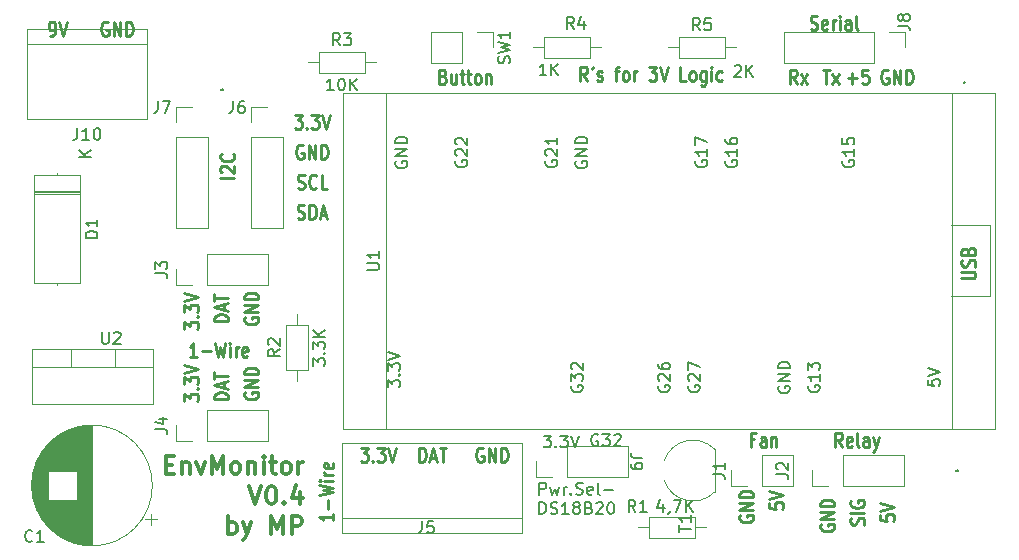
<source format=gbr>
%TF.GenerationSoftware,KiCad,Pcbnew,(5.1.9)-1*%
%TF.CreationDate,2021-03-23T13:14:46+01:00*%
%TF.ProjectId,EnvMonitor,456e764d-6f6e-4697-946f-722e6b696361,rev?*%
%TF.SameCoordinates,Original*%
%TF.FileFunction,Legend,Top*%
%TF.FilePolarity,Positive*%
%FSLAX46Y46*%
G04 Gerber Fmt 4.6, Leading zero omitted, Abs format (unit mm)*
G04 Created by KiCad (PCBNEW (5.1.9)-1) date 2021-03-23 13:14:46*
%MOMM*%
%LPD*%
G01*
G04 APERTURE LIST*
%ADD10C,0.250000*%
%ADD11C,0.300000*%
%ADD12C,0.150000*%
%ADD13C,0.120000*%
G04 APERTURE END LIST*
D10*
X291338095Y-564296000D02*
X291242857Y-564238857D01*
X291100000Y-564238857D01*
X290957142Y-564296000D01*
X290861904Y-564410285D01*
X290814285Y-564524571D01*
X290766666Y-564753142D01*
X290766666Y-564924571D01*
X290814285Y-565153142D01*
X290861904Y-565267428D01*
X290957142Y-565381714D01*
X291100000Y-565438857D01*
X291195238Y-565438857D01*
X291338095Y-565381714D01*
X291385714Y-565324571D01*
X291385714Y-564924571D01*
X291195238Y-564924571D01*
X291814285Y-565438857D02*
X291814285Y-564238857D01*
X292385714Y-565438857D01*
X292385714Y-564238857D01*
X292861904Y-565438857D02*
X292861904Y-564238857D01*
X293100000Y-564238857D01*
X293242857Y-564296000D01*
X293338095Y-564410285D01*
X293385714Y-564524571D01*
X293433333Y-564753142D01*
X293433333Y-564924571D01*
X293385714Y-565153142D01*
X293338095Y-565267428D01*
X293242857Y-565381714D01*
X293100000Y-565438857D01*
X292861904Y-565438857D01*
X286400952Y-565438857D02*
X286591428Y-565438857D01*
X286686666Y-565381714D01*
X286734285Y-565324571D01*
X286829523Y-565153142D01*
X286877142Y-564924571D01*
X286877142Y-564467428D01*
X286829523Y-564353142D01*
X286781904Y-564296000D01*
X286686666Y-564238857D01*
X286496190Y-564238857D01*
X286400952Y-564296000D01*
X286353333Y-564353142D01*
X286305714Y-564467428D01*
X286305714Y-564753142D01*
X286353333Y-564867428D01*
X286400952Y-564924571D01*
X286496190Y-564981714D01*
X286686666Y-564981714D01*
X286781904Y-564924571D01*
X286829523Y-564867428D01*
X286877142Y-564753142D01*
X287162857Y-564238857D02*
X287496190Y-565438857D01*
X287829523Y-564238857D01*
X302040857Y-577429190D02*
X300840857Y-577429190D01*
X300955142Y-577000619D02*
X300898000Y-576953000D01*
X300840857Y-576857761D01*
X300840857Y-576619666D01*
X300898000Y-576524428D01*
X300955142Y-576476809D01*
X301069428Y-576429190D01*
X301183714Y-576429190D01*
X301355142Y-576476809D01*
X302040857Y-577048238D01*
X302040857Y-576429190D01*
X301926571Y-575429190D02*
X301983714Y-575476809D01*
X302040857Y-575619666D01*
X302040857Y-575714904D01*
X301983714Y-575857761D01*
X301869428Y-575953000D01*
X301755142Y-576000619D01*
X301526571Y-576048238D01*
X301355142Y-576048238D01*
X301126571Y-576000619D01*
X301012285Y-575953000D01*
X300898000Y-575857761D01*
X300840857Y-575714904D01*
X300840857Y-575619666D01*
X300898000Y-575476809D01*
X300955142Y-575429190D01*
D11*
X296248285Y-601735857D02*
X296748285Y-601735857D01*
X296962571Y-602521571D02*
X296248285Y-602521571D01*
X296248285Y-601021571D01*
X296962571Y-601021571D01*
X297605428Y-601521571D02*
X297605428Y-602521571D01*
X297605428Y-601664428D02*
X297676857Y-601593000D01*
X297819714Y-601521571D01*
X298034000Y-601521571D01*
X298176857Y-601593000D01*
X298248285Y-601735857D01*
X298248285Y-602521571D01*
X298819714Y-601521571D02*
X299176857Y-602521571D01*
X299534000Y-601521571D01*
X300105428Y-602521571D02*
X300105428Y-601021571D01*
X300605428Y-602093000D01*
X301105428Y-601021571D01*
X301105428Y-602521571D01*
X302034000Y-602521571D02*
X301891142Y-602450142D01*
X301819714Y-602378714D01*
X301748285Y-602235857D01*
X301748285Y-601807285D01*
X301819714Y-601664428D01*
X301891142Y-601593000D01*
X302034000Y-601521571D01*
X302248285Y-601521571D01*
X302391142Y-601593000D01*
X302462571Y-601664428D01*
X302534000Y-601807285D01*
X302534000Y-602235857D01*
X302462571Y-602378714D01*
X302391142Y-602450142D01*
X302248285Y-602521571D01*
X302034000Y-602521571D01*
X303176857Y-601521571D02*
X303176857Y-602521571D01*
X303176857Y-601664428D02*
X303248285Y-601593000D01*
X303391142Y-601521571D01*
X303605428Y-601521571D01*
X303748285Y-601593000D01*
X303819714Y-601735857D01*
X303819714Y-602521571D01*
X304534000Y-602521571D02*
X304534000Y-601521571D01*
X304534000Y-601021571D02*
X304462571Y-601093000D01*
X304534000Y-601164428D01*
X304605428Y-601093000D01*
X304534000Y-601021571D01*
X304534000Y-601164428D01*
X305034000Y-601521571D02*
X305605428Y-601521571D01*
X305248285Y-601021571D02*
X305248285Y-602307285D01*
X305319714Y-602450142D01*
X305462571Y-602521571D01*
X305605428Y-602521571D01*
X306319714Y-602521571D02*
X306176857Y-602450142D01*
X306105428Y-602378714D01*
X306034000Y-602235857D01*
X306034000Y-601807285D01*
X306105428Y-601664428D01*
X306176857Y-601593000D01*
X306319714Y-601521571D01*
X306534000Y-601521571D01*
X306676857Y-601593000D01*
X306748285Y-601664428D01*
X306819714Y-601807285D01*
X306819714Y-602235857D01*
X306748285Y-602378714D01*
X306676857Y-602450142D01*
X306534000Y-602521571D01*
X306319714Y-602521571D01*
X307462571Y-602521571D02*
X307462571Y-601521571D01*
X307462571Y-601807285D02*
X307534000Y-601664428D01*
X307605428Y-601593000D01*
X307748285Y-601521571D01*
X307891142Y-601521571D01*
X303319714Y-603571571D02*
X303819714Y-605071571D01*
X304319714Y-603571571D01*
X305105428Y-603571571D02*
X305248285Y-603571571D01*
X305391142Y-603643000D01*
X305462571Y-603714428D01*
X305534000Y-603857285D01*
X305605428Y-604143000D01*
X305605428Y-604500142D01*
X305534000Y-604785857D01*
X305462571Y-604928714D01*
X305391142Y-605000142D01*
X305248285Y-605071571D01*
X305105428Y-605071571D01*
X304962571Y-605000142D01*
X304891142Y-604928714D01*
X304819714Y-604785857D01*
X304748285Y-604500142D01*
X304748285Y-604143000D01*
X304819714Y-603857285D01*
X304891142Y-603714428D01*
X304962571Y-603643000D01*
X305105428Y-603571571D01*
X306248285Y-604928714D02*
X306319714Y-605000142D01*
X306248285Y-605071571D01*
X306176857Y-605000142D01*
X306248285Y-604928714D01*
X306248285Y-605071571D01*
X307605428Y-604071571D02*
X307605428Y-605071571D01*
X307248285Y-603500142D02*
X306891142Y-604571571D01*
X307819714Y-604571571D01*
X301534000Y-607621571D02*
X301534000Y-606121571D01*
X301534000Y-606693000D02*
X301676857Y-606621571D01*
X301962571Y-606621571D01*
X302105428Y-606693000D01*
X302176857Y-606764428D01*
X302248285Y-606907285D01*
X302248285Y-607335857D01*
X302176857Y-607478714D01*
X302105428Y-607550142D01*
X301962571Y-607621571D01*
X301676857Y-607621571D01*
X301534000Y-607550142D01*
X302748285Y-606621571D02*
X303105428Y-607621571D01*
X303462571Y-606621571D02*
X303105428Y-607621571D01*
X302962571Y-607978714D01*
X302891142Y-608050142D01*
X302748285Y-608121571D01*
X305176857Y-607621571D02*
X305176857Y-606121571D01*
X305676857Y-607193000D01*
X306176857Y-606121571D01*
X306176857Y-607621571D01*
X306891142Y-607621571D02*
X306891142Y-606121571D01*
X307462571Y-606121571D01*
X307605428Y-606193000D01*
X307676857Y-606264428D01*
X307748285Y-606407285D01*
X307748285Y-606621571D01*
X307676857Y-606764428D01*
X307605428Y-606835857D01*
X307462571Y-606907285D01*
X306891142Y-606907285D01*
D10*
X310422857Y-605892952D02*
X310422857Y-606464380D01*
X310422857Y-606178666D02*
X309222857Y-606178666D01*
X309394285Y-606273904D01*
X309508571Y-606369142D01*
X309565714Y-606464380D01*
X309965714Y-605464380D02*
X309965714Y-604702476D01*
X309222857Y-604321523D02*
X310422857Y-604083428D01*
X309565714Y-603892952D01*
X310422857Y-603702476D01*
X309222857Y-603464380D01*
X310422857Y-603083428D02*
X309622857Y-603083428D01*
X309222857Y-603083428D02*
X309280000Y-603131047D01*
X309337142Y-603083428D01*
X309280000Y-603035809D01*
X309222857Y-603083428D01*
X309337142Y-603083428D01*
X310422857Y-602607238D02*
X309622857Y-602607238D01*
X309851428Y-602607238D02*
X309737142Y-602559619D01*
X309680000Y-602512000D01*
X309622857Y-602416761D01*
X309622857Y-602321523D01*
X310365714Y-601607238D02*
X310422857Y-601702476D01*
X310422857Y-601892952D01*
X310365714Y-601988190D01*
X310251428Y-602035809D01*
X309794285Y-602035809D01*
X309680000Y-601988190D01*
X309622857Y-601892952D01*
X309622857Y-601702476D01*
X309680000Y-601607238D01*
X309794285Y-601559619D01*
X309908571Y-601559619D01*
X310022857Y-602035809D01*
X302930000Y-595629904D02*
X302872857Y-595725142D01*
X302872857Y-595868000D01*
X302930000Y-596010857D01*
X303044285Y-596106095D01*
X303158571Y-596153714D01*
X303387142Y-596201333D01*
X303558571Y-596201333D01*
X303787142Y-596153714D01*
X303901428Y-596106095D01*
X304015714Y-596010857D01*
X304072857Y-595868000D01*
X304072857Y-595772761D01*
X304015714Y-595629904D01*
X303958571Y-595582285D01*
X303558571Y-595582285D01*
X303558571Y-595772761D01*
X304072857Y-595153714D02*
X302872857Y-595153714D01*
X304072857Y-594582285D01*
X302872857Y-594582285D01*
X304072857Y-594106095D02*
X302872857Y-594106095D01*
X302872857Y-593868000D01*
X302930000Y-593725142D01*
X303044285Y-593629904D01*
X303158571Y-593582285D01*
X303387142Y-593534666D01*
X303558571Y-593534666D01*
X303787142Y-593582285D01*
X303901428Y-593629904D01*
X304015714Y-593725142D01*
X304072857Y-593868000D01*
X304072857Y-594106095D01*
D12*
X327868595Y-604274380D02*
X327868595Y-603274380D01*
X328249547Y-603274380D01*
X328344785Y-603322000D01*
X328392404Y-603369619D01*
X328440023Y-603464857D01*
X328440023Y-603607714D01*
X328392404Y-603702952D01*
X328344785Y-603750571D01*
X328249547Y-603798190D01*
X327868595Y-603798190D01*
X328773357Y-603607714D02*
X328963833Y-604274380D01*
X329154309Y-603798190D01*
X329344785Y-604274380D01*
X329535261Y-603607714D01*
X329916214Y-604274380D02*
X329916214Y-603607714D01*
X329916214Y-603798190D02*
X329963833Y-603702952D01*
X330011452Y-603655333D01*
X330106690Y-603607714D01*
X330201928Y-603607714D01*
X330535261Y-604179142D02*
X330582880Y-604226761D01*
X330535261Y-604274380D01*
X330487642Y-604226761D01*
X330535261Y-604179142D01*
X330535261Y-604274380D01*
X330963833Y-604226761D02*
X331106690Y-604274380D01*
X331344785Y-604274380D01*
X331440023Y-604226761D01*
X331487642Y-604179142D01*
X331535261Y-604083904D01*
X331535261Y-603988666D01*
X331487642Y-603893428D01*
X331440023Y-603845809D01*
X331344785Y-603798190D01*
X331154309Y-603750571D01*
X331059071Y-603702952D01*
X331011452Y-603655333D01*
X330963833Y-603560095D01*
X330963833Y-603464857D01*
X331011452Y-603369619D01*
X331059071Y-603322000D01*
X331154309Y-603274380D01*
X331392404Y-603274380D01*
X331535261Y-603322000D01*
X332344785Y-604226761D02*
X332249547Y-604274380D01*
X332059071Y-604274380D01*
X331963833Y-604226761D01*
X331916214Y-604131523D01*
X331916214Y-603750571D01*
X331963833Y-603655333D01*
X332059071Y-603607714D01*
X332249547Y-603607714D01*
X332344785Y-603655333D01*
X332392404Y-603750571D01*
X332392404Y-603845809D01*
X331916214Y-603941047D01*
X332963833Y-604274380D02*
X332868595Y-604226761D01*
X332820976Y-604131523D01*
X332820976Y-603274380D01*
X333344785Y-603893428D02*
X334106690Y-603893428D01*
X327868595Y-605924380D02*
X327868595Y-604924380D01*
X328106690Y-604924380D01*
X328249547Y-604972000D01*
X328344785Y-605067238D01*
X328392404Y-605162476D01*
X328440023Y-605352952D01*
X328440023Y-605495809D01*
X328392404Y-605686285D01*
X328344785Y-605781523D01*
X328249547Y-605876761D01*
X328106690Y-605924380D01*
X327868595Y-605924380D01*
X328820976Y-605876761D02*
X328963833Y-605924380D01*
X329201928Y-605924380D01*
X329297166Y-605876761D01*
X329344785Y-605829142D01*
X329392404Y-605733904D01*
X329392404Y-605638666D01*
X329344785Y-605543428D01*
X329297166Y-605495809D01*
X329201928Y-605448190D01*
X329011452Y-605400571D01*
X328916214Y-605352952D01*
X328868595Y-605305333D01*
X328820976Y-605210095D01*
X328820976Y-605114857D01*
X328868595Y-605019619D01*
X328916214Y-604972000D01*
X329011452Y-604924380D01*
X329249547Y-604924380D01*
X329392404Y-604972000D01*
X330344785Y-605924380D02*
X329773357Y-605924380D01*
X330059071Y-605924380D02*
X330059071Y-604924380D01*
X329963833Y-605067238D01*
X329868595Y-605162476D01*
X329773357Y-605210095D01*
X330916214Y-605352952D02*
X330820976Y-605305333D01*
X330773357Y-605257714D01*
X330725738Y-605162476D01*
X330725738Y-605114857D01*
X330773357Y-605019619D01*
X330820976Y-604972000D01*
X330916214Y-604924380D01*
X331106690Y-604924380D01*
X331201928Y-604972000D01*
X331249547Y-605019619D01*
X331297166Y-605114857D01*
X331297166Y-605162476D01*
X331249547Y-605257714D01*
X331201928Y-605305333D01*
X331106690Y-605352952D01*
X330916214Y-605352952D01*
X330820976Y-605400571D01*
X330773357Y-605448190D01*
X330725738Y-605543428D01*
X330725738Y-605733904D01*
X330773357Y-605829142D01*
X330820976Y-605876761D01*
X330916214Y-605924380D01*
X331106690Y-605924380D01*
X331201928Y-605876761D01*
X331249547Y-605829142D01*
X331297166Y-605733904D01*
X331297166Y-605543428D01*
X331249547Y-605448190D01*
X331201928Y-605400571D01*
X331106690Y-605352952D01*
X332059071Y-605400571D02*
X332201928Y-605448190D01*
X332249547Y-605495809D01*
X332297166Y-605591047D01*
X332297166Y-605733904D01*
X332249547Y-605829142D01*
X332201928Y-605876761D01*
X332106690Y-605924380D01*
X331725738Y-605924380D01*
X331725738Y-604924380D01*
X332059071Y-604924380D01*
X332154309Y-604972000D01*
X332201928Y-605019619D01*
X332249547Y-605114857D01*
X332249547Y-605210095D01*
X332201928Y-605305333D01*
X332154309Y-605352952D01*
X332059071Y-605400571D01*
X331725738Y-605400571D01*
X332678119Y-605019619D02*
X332725738Y-604972000D01*
X332820976Y-604924380D01*
X333059071Y-604924380D01*
X333154309Y-604972000D01*
X333201928Y-605019619D01*
X333249547Y-605114857D01*
X333249547Y-605210095D01*
X333201928Y-605352952D01*
X332630500Y-605924380D01*
X333249547Y-605924380D01*
X333868595Y-604924380D02*
X333963833Y-604924380D01*
X334059071Y-604972000D01*
X334106690Y-605019619D01*
X334154309Y-605114857D01*
X334201928Y-605305333D01*
X334201928Y-605543428D01*
X334154309Y-605733904D01*
X334106690Y-605829142D01*
X334059071Y-605876761D01*
X333963833Y-605924380D01*
X333868595Y-605924380D01*
X333773357Y-605876761D01*
X333725738Y-605829142D01*
X333678119Y-605733904D01*
X333630500Y-605543428D01*
X333630500Y-605305333D01*
X333678119Y-605114857D01*
X333725738Y-605019619D01*
X333773357Y-604972000D01*
X333868595Y-604924380D01*
X328215809Y-599273380D02*
X328834857Y-599273380D01*
X328501523Y-599654333D01*
X328644380Y-599654333D01*
X328739619Y-599701952D01*
X328787238Y-599749571D01*
X328834857Y-599844809D01*
X328834857Y-600082904D01*
X328787238Y-600178142D01*
X328739619Y-600225761D01*
X328644380Y-600273380D01*
X328358666Y-600273380D01*
X328263428Y-600225761D01*
X328215809Y-600178142D01*
X329263428Y-600178142D02*
X329311047Y-600225761D01*
X329263428Y-600273380D01*
X329215809Y-600225761D01*
X329263428Y-600178142D01*
X329263428Y-600273380D01*
X329644380Y-599273380D02*
X330263428Y-599273380D01*
X329930095Y-599654333D01*
X330072952Y-599654333D01*
X330168190Y-599701952D01*
X330215809Y-599749571D01*
X330263428Y-599844809D01*
X330263428Y-600082904D01*
X330215809Y-600178142D01*
X330168190Y-600225761D01*
X330072952Y-600273380D01*
X329787238Y-600273380D01*
X329692000Y-600225761D01*
X329644380Y-600178142D01*
X330549142Y-599273380D02*
X330882476Y-600273380D01*
X331215809Y-599273380D01*
X332811523Y-599194000D02*
X332716285Y-599146380D01*
X332573428Y-599146380D01*
X332430571Y-599194000D01*
X332335333Y-599289238D01*
X332287714Y-599384476D01*
X332240095Y-599574952D01*
X332240095Y-599717809D01*
X332287714Y-599908285D01*
X332335333Y-600003523D01*
X332430571Y-600098761D01*
X332573428Y-600146380D01*
X332668666Y-600146380D01*
X332811523Y-600098761D01*
X332859142Y-600051142D01*
X332859142Y-599717809D01*
X332668666Y-599717809D01*
X333192476Y-599146380D02*
X333811523Y-599146380D01*
X333478190Y-599527333D01*
X333621047Y-599527333D01*
X333716285Y-599574952D01*
X333763904Y-599622571D01*
X333811523Y-599717809D01*
X333811523Y-599955904D01*
X333763904Y-600051142D01*
X333716285Y-600098761D01*
X333621047Y-600146380D01*
X333335333Y-600146380D01*
X333240095Y-600098761D01*
X333192476Y-600051142D01*
X334192476Y-599241619D02*
X334240095Y-599194000D01*
X334335333Y-599146380D01*
X334573428Y-599146380D01*
X334668666Y-599194000D01*
X334716285Y-599241619D01*
X334763904Y-599336857D01*
X334763904Y-599432095D01*
X334716285Y-599574952D01*
X334144857Y-600146380D01*
X334763904Y-600146380D01*
X330589000Y-595050476D02*
X330541380Y-595145714D01*
X330541380Y-595288571D01*
X330589000Y-595431428D01*
X330684238Y-595526666D01*
X330779476Y-595574285D01*
X330969952Y-595621904D01*
X331112809Y-595621904D01*
X331303285Y-595574285D01*
X331398523Y-595526666D01*
X331493761Y-595431428D01*
X331541380Y-595288571D01*
X331541380Y-595193333D01*
X331493761Y-595050476D01*
X331446142Y-595002857D01*
X331112809Y-595002857D01*
X331112809Y-595193333D01*
X330541380Y-594669523D02*
X330541380Y-594050476D01*
X330922333Y-594383809D01*
X330922333Y-594240952D01*
X330969952Y-594145714D01*
X331017571Y-594098095D01*
X331112809Y-594050476D01*
X331350904Y-594050476D01*
X331446142Y-594098095D01*
X331493761Y-594145714D01*
X331541380Y-594240952D01*
X331541380Y-594526666D01*
X331493761Y-594621904D01*
X331446142Y-594669523D01*
X330636619Y-593669523D02*
X330589000Y-593621904D01*
X330541380Y-593526666D01*
X330541380Y-593288571D01*
X330589000Y-593193333D01*
X330636619Y-593145714D01*
X330731857Y-593098095D01*
X330827095Y-593098095D01*
X330969952Y-593145714D01*
X331541380Y-593717142D01*
X331541380Y-593098095D01*
D10*
X323088095Y-600364000D02*
X322992857Y-600306857D01*
X322850000Y-600306857D01*
X322707142Y-600364000D01*
X322611904Y-600478285D01*
X322564285Y-600592571D01*
X322516666Y-600821142D01*
X322516666Y-600992571D01*
X322564285Y-601221142D01*
X322611904Y-601335428D01*
X322707142Y-601449714D01*
X322850000Y-601506857D01*
X322945238Y-601506857D01*
X323088095Y-601449714D01*
X323135714Y-601392571D01*
X323135714Y-600992571D01*
X322945238Y-600992571D01*
X323564285Y-601506857D02*
X323564285Y-600306857D01*
X324135714Y-601506857D01*
X324135714Y-600306857D01*
X324611904Y-601506857D02*
X324611904Y-600306857D01*
X324850000Y-600306857D01*
X324992857Y-600364000D01*
X325088095Y-600478285D01*
X325135714Y-600592571D01*
X325183333Y-600821142D01*
X325183333Y-600992571D01*
X325135714Y-601221142D01*
X325088095Y-601335428D01*
X324992857Y-601449714D01*
X324850000Y-601506857D01*
X324611904Y-601506857D01*
X312721809Y-600306857D02*
X313340857Y-600306857D01*
X313007523Y-600764000D01*
X313150380Y-600764000D01*
X313245619Y-600821142D01*
X313293238Y-600878285D01*
X313340857Y-600992571D01*
X313340857Y-601278285D01*
X313293238Y-601392571D01*
X313245619Y-601449714D01*
X313150380Y-601506857D01*
X312864666Y-601506857D01*
X312769428Y-601449714D01*
X312721809Y-601392571D01*
X313769428Y-601392571D02*
X313817047Y-601449714D01*
X313769428Y-601506857D01*
X313721809Y-601449714D01*
X313769428Y-601392571D01*
X313769428Y-601506857D01*
X314150380Y-600306857D02*
X314769428Y-600306857D01*
X314436095Y-600764000D01*
X314578952Y-600764000D01*
X314674190Y-600821142D01*
X314721809Y-600878285D01*
X314769428Y-600992571D01*
X314769428Y-601278285D01*
X314721809Y-601392571D01*
X314674190Y-601449714D01*
X314578952Y-601506857D01*
X314293238Y-601506857D01*
X314198000Y-601449714D01*
X314150380Y-601392571D01*
X315055142Y-600306857D02*
X315388476Y-601506857D01*
X315721809Y-600306857D01*
X317698571Y-601506857D02*
X317698571Y-600306857D01*
X317936666Y-600306857D01*
X318079523Y-600364000D01*
X318174761Y-600478285D01*
X318222380Y-600592571D01*
X318270000Y-600821142D01*
X318270000Y-600992571D01*
X318222380Y-601221142D01*
X318174761Y-601335428D01*
X318079523Y-601449714D01*
X317936666Y-601506857D01*
X317698571Y-601506857D01*
X318650952Y-601164000D02*
X319127142Y-601164000D01*
X318555714Y-601506857D02*
X318889047Y-600306857D01*
X319222380Y-601506857D01*
X319412857Y-600306857D02*
X319984285Y-600306857D01*
X319698571Y-601506857D02*
X319698571Y-600306857D01*
X301532857Y-596193428D02*
X300332857Y-596193428D01*
X300332857Y-595955333D01*
X300390000Y-595812476D01*
X300504285Y-595717238D01*
X300618571Y-595669619D01*
X300847142Y-595622000D01*
X301018571Y-595622000D01*
X301247142Y-595669619D01*
X301361428Y-595717238D01*
X301475714Y-595812476D01*
X301532857Y-595955333D01*
X301532857Y-596193428D01*
X301190000Y-595241047D02*
X301190000Y-594764857D01*
X301532857Y-595336285D02*
X300332857Y-595002952D01*
X301532857Y-594669619D01*
X300332857Y-594479142D02*
X300332857Y-593907714D01*
X301532857Y-594193428D02*
X300332857Y-594193428D01*
X297792857Y-596344190D02*
X297792857Y-595725142D01*
X298250000Y-596058476D01*
X298250000Y-595915619D01*
X298307142Y-595820380D01*
X298364285Y-595772761D01*
X298478571Y-595725142D01*
X298764285Y-595725142D01*
X298878571Y-595772761D01*
X298935714Y-595820380D01*
X298992857Y-595915619D01*
X298992857Y-596201333D01*
X298935714Y-596296571D01*
X298878571Y-596344190D01*
X298878571Y-595296571D02*
X298935714Y-595248952D01*
X298992857Y-595296571D01*
X298935714Y-595344190D01*
X298878571Y-595296571D01*
X298992857Y-595296571D01*
X297792857Y-594915619D02*
X297792857Y-594296571D01*
X298250000Y-594629904D01*
X298250000Y-594487047D01*
X298307142Y-594391809D01*
X298364285Y-594344190D01*
X298478571Y-594296571D01*
X298764285Y-594296571D01*
X298878571Y-594344190D01*
X298935714Y-594391809D01*
X298992857Y-594487047D01*
X298992857Y-594772761D01*
X298935714Y-594868000D01*
X298878571Y-594915619D01*
X297792857Y-594010857D02*
X298992857Y-593677523D01*
X297792857Y-593344190D01*
D12*
X353576000Y-576000476D02*
X353528380Y-576095714D01*
X353528380Y-576238571D01*
X353576000Y-576381428D01*
X353671238Y-576476666D01*
X353766476Y-576524285D01*
X353956952Y-576571904D01*
X354099809Y-576571904D01*
X354290285Y-576524285D01*
X354385523Y-576476666D01*
X354480761Y-576381428D01*
X354528380Y-576238571D01*
X354528380Y-576143333D01*
X354480761Y-576000476D01*
X354433142Y-575952857D01*
X354099809Y-575952857D01*
X354099809Y-576143333D01*
X354528380Y-575000476D02*
X354528380Y-575571904D01*
X354528380Y-575286190D02*
X353528380Y-575286190D01*
X353671238Y-575381428D01*
X353766476Y-575476666D01*
X353814095Y-575571904D01*
X353528380Y-574095714D02*
X353528380Y-574571904D01*
X354004571Y-574619523D01*
X353956952Y-574571904D01*
X353909333Y-574476666D01*
X353909333Y-574238571D01*
X353956952Y-574143333D01*
X354004571Y-574095714D01*
X354099809Y-574048095D01*
X354337904Y-574048095D01*
X354433142Y-574095714D01*
X354480761Y-574143333D01*
X354528380Y-574238571D01*
X354528380Y-574476666D01*
X354480761Y-574571904D01*
X354433142Y-574619523D01*
D10*
X350829809Y-564873714D02*
X350972666Y-564930857D01*
X351210761Y-564930857D01*
X351306000Y-564873714D01*
X351353619Y-564816571D01*
X351401238Y-564702285D01*
X351401238Y-564588000D01*
X351353619Y-564473714D01*
X351306000Y-564416571D01*
X351210761Y-564359428D01*
X351020285Y-564302285D01*
X350925047Y-564245142D01*
X350877428Y-564188000D01*
X350829809Y-564073714D01*
X350829809Y-563959428D01*
X350877428Y-563845142D01*
X350925047Y-563788000D01*
X351020285Y-563730857D01*
X351258380Y-563730857D01*
X351401238Y-563788000D01*
X352210761Y-564873714D02*
X352115523Y-564930857D01*
X351925047Y-564930857D01*
X351829809Y-564873714D01*
X351782190Y-564759428D01*
X351782190Y-564302285D01*
X351829809Y-564188000D01*
X351925047Y-564130857D01*
X352115523Y-564130857D01*
X352210761Y-564188000D01*
X352258380Y-564302285D01*
X352258380Y-564416571D01*
X351782190Y-564530857D01*
X352686952Y-564930857D02*
X352686952Y-564130857D01*
X352686952Y-564359428D02*
X352734571Y-564245142D01*
X352782190Y-564188000D01*
X352877428Y-564130857D01*
X352972666Y-564130857D01*
X353306000Y-564930857D02*
X353306000Y-564130857D01*
X353306000Y-563730857D02*
X353258380Y-563788000D01*
X353306000Y-563845142D01*
X353353619Y-563788000D01*
X353306000Y-563730857D01*
X353306000Y-563845142D01*
X354210761Y-564930857D02*
X354210761Y-564302285D01*
X354163142Y-564188000D01*
X354067904Y-564130857D01*
X353877428Y-564130857D01*
X353782190Y-564188000D01*
X354210761Y-564873714D02*
X354115523Y-564930857D01*
X353877428Y-564930857D01*
X353782190Y-564873714D01*
X353734571Y-564759428D01*
X353734571Y-564645142D01*
X353782190Y-564530857D01*
X353877428Y-564473714D01*
X354115523Y-564473714D01*
X354210761Y-564416571D01*
X354829809Y-564930857D02*
X354734571Y-564873714D01*
X354686952Y-564759428D01*
X354686952Y-563730857D01*
X331907238Y-569248857D02*
X331573904Y-568677428D01*
X331335809Y-569248857D02*
X331335809Y-568048857D01*
X331716761Y-568048857D01*
X331812000Y-568106000D01*
X331859619Y-568163142D01*
X331907238Y-568277428D01*
X331907238Y-568448857D01*
X331859619Y-568563142D01*
X331812000Y-568620285D01*
X331716761Y-568677428D01*
X331335809Y-568677428D01*
X332383428Y-568048857D02*
X332288190Y-568277428D01*
X332764380Y-569191714D02*
X332859619Y-569248857D01*
X333050095Y-569248857D01*
X333145333Y-569191714D01*
X333192952Y-569077428D01*
X333192952Y-569020285D01*
X333145333Y-568906000D01*
X333050095Y-568848857D01*
X332907238Y-568848857D01*
X332812000Y-568791714D01*
X332764380Y-568677428D01*
X332764380Y-568620285D01*
X332812000Y-568506000D01*
X332907238Y-568448857D01*
X333050095Y-568448857D01*
X333145333Y-568506000D01*
X334240571Y-568448857D02*
X334621523Y-568448857D01*
X334383428Y-569248857D02*
X334383428Y-568220285D01*
X334431047Y-568106000D01*
X334526285Y-568048857D01*
X334621523Y-568048857D01*
X335097714Y-569248857D02*
X335002476Y-569191714D01*
X334954857Y-569134571D01*
X334907238Y-569020285D01*
X334907238Y-568677428D01*
X334954857Y-568563142D01*
X335002476Y-568506000D01*
X335097714Y-568448857D01*
X335240571Y-568448857D01*
X335335809Y-568506000D01*
X335383428Y-568563142D01*
X335431047Y-568677428D01*
X335431047Y-569020285D01*
X335383428Y-569134571D01*
X335335809Y-569191714D01*
X335240571Y-569248857D01*
X335097714Y-569248857D01*
X335859619Y-569248857D02*
X335859619Y-568448857D01*
X335859619Y-568677428D02*
X335907238Y-568563142D01*
X335954857Y-568506000D01*
X336050095Y-568448857D01*
X336145333Y-568448857D01*
X337145333Y-568048857D02*
X337764380Y-568048857D01*
X337431047Y-568506000D01*
X337573904Y-568506000D01*
X337669142Y-568563142D01*
X337716761Y-568620285D01*
X337764380Y-568734571D01*
X337764380Y-569020285D01*
X337716761Y-569134571D01*
X337669142Y-569191714D01*
X337573904Y-569248857D01*
X337288190Y-569248857D01*
X337192952Y-569191714D01*
X337145333Y-569134571D01*
X338050095Y-568048857D02*
X338383428Y-569248857D01*
X338716761Y-568048857D01*
X340288190Y-569248857D02*
X339812000Y-569248857D01*
X339812000Y-568048857D01*
X340764380Y-569248857D02*
X340669142Y-569191714D01*
X340621523Y-569134571D01*
X340573904Y-569020285D01*
X340573904Y-568677428D01*
X340621523Y-568563142D01*
X340669142Y-568506000D01*
X340764380Y-568448857D01*
X340907238Y-568448857D01*
X341002476Y-568506000D01*
X341050095Y-568563142D01*
X341097714Y-568677428D01*
X341097714Y-569020285D01*
X341050095Y-569134571D01*
X341002476Y-569191714D01*
X340907238Y-569248857D01*
X340764380Y-569248857D01*
X341954857Y-568448857D02*
X341954857Y-569420285D01*
X341907238Y-569534571D01*
X341859619Y-569591714D01*
X341764380Y-569648857D01*
X341621523Y-569648857D01*
X341526285Y-569591714D01*
X341954857Y-569191714D02*
X341859619Y-569248857D01*
X341669142Y-569248857D01*
X341573904Y-569191714D01*
X341526285Y-569134571D01*
X341478666Y-569020285D01*
X341478666Y-568677428D01*
X341526285Y-568563142D01*
X341573904Y-568506000D01*
X341669142Y-568448857D01*
X341859619Y-568448857D01*
X341954857Y-568506000D01*
X342431047Y-569248857D02*
X342431047Y-568448857D01*
X342431047Y-568048857D02*
X342383428Y-568106000D01*
X342431047Y-568163142D01*
X342478666Y-568106000D01*
X342431047Y-568048857D01*
X342431047Y-568163142D01*
X343335809Y-569191714D02*
X343240571Y-569248857D01*
X343050095Y-569248857D01*
X342954857Y-569191714D01*
X342907238Y-569134571D01*
X342859619Y-569020285D01*
X342859619Y-568677428D01*
X342907238Y-568563142D01*
X342954857Y-568506000D01*
X343050095Y-568448857D01*
X343240571Y-568448857D01*
X343335809Y-568506000D01*
X349662761Y-569502857D02*
X349329428Y-568931428D01*
X349091333Y-569502857D02*
X349091333Y-568302857D01*
X349472285Y-568302857D01*
X349567523Y-568360000D01*
X349615142Y-568417142D01*
X349662761Y-568531428D01*
X349662761Y-568702857D01*
X349615142Y-568817142D01*
X349567523Y-568874285D01*
X349472285Y-568931428D01*
X349091333Y-568931428D01*
X349996095Y-569502857D02*
X350519904Y-568702857D01*
X349996095Y-568702857D02*
X350519904Y-569502857D01*
X351861523Y-568302857D02*
X352432952Y-568302857D01*
X352147238Y-569502857D02*
X352147238Y-568302857D01*
X352671047Y-569502857D02*
X353194857Y-568702857D01*
X352671047Y-568702857D02*
X353194857Y-569502857D01*
X353980857Y-569045714D02*
X354742761Y-569045714D01*
X354361809Y-569502857D02*
X354361809Y-568588571D01*
X355695142Y-568302857D02*
X355218952Y-568302857D01*
X355171333Y-568874285D01*
X355218952Y-568817142D01*
X355314190Y-568760000D01*
X355552285Y-568760000D01*
X355647523Y-568817142D01*
X355695142Y-568874285D01*
X355742761Y-568988571D01*
X355742761Y-569274285D01*
X355695142Y-569388571D01*
X355647523Y-569445714D01*
X355552285Y-569502857D01*
X355314190Y-569502857D01*
X355218952Y-569445714D01*
X355171333Y-569388571D01*
X357378095Y-568360000D02*
X357282857Y-568302857D01*
X357140000Y-568302857D01*
X356997142Y-568360000D01*
X356901904Y-568474285D01*
X356854285Y-568588571D01*
X356806666Y-568817142D01*
X356806666Y-568988571D01*
X356854285Y-569217142D01*
X356901904Y-569331428D01*
X356997142Y-569445714D01*
X357140000Y-569502857D01*
X357235238Y-569502857D01*
X357378095Y-569445714D01*
X357425714Y-569388571D01*
X357425714Y-568988571D01*
X357235238Y-568988571D01*
X357854285Y-569502857D02*
X357854285Y-568302857D01*
X358425714Y-569502857D01*
X358425714Y-568302857D01*
X358901904Y-569502857D02*
X358901904Y-568302857D01*
X359140000Y-568302857D01*
X359282857Y-568360000D01*
X359378095Y-568474285D01*
X359425714Y-568588571D01*
X359473333Y-568817142D01*
X359473333Y-568988571D01*
X359425714Y-569217142D01*
X359378095Y-569331428D01*
X359282857Y-569445714D01*
X359140000Y-569502857D01*
X358901904Y-569502857D01*
X319706857Y-568874285D02*
X319849714Y-568931428D01*
X319897333Y-568988571D01*
X319944952Y-569102857D01*
X319944952Y-569274285D01*
X319897333Y-569388571D01*
X319849714Y-569445714D01*
X319754476Y-569502857D01*
X319373523Y-569502857D01*
X319373523Y-568302857D01*
X319706857Y-568302857D01*
X319802095Y-568360000D01*
X319849714Y-568417142D01*
X319897333Y-568531428D01*
X319897333Y-568645714D01*
X319849714Y-568760000D01*
X319802095Y-568817142D01*
X319706857Y-568874285D01*
X319373523Y-568874285D01*
X320802095Y-568702857D02*
X320802095Y-569502857D01*
X320373523Y-568702857D02*
X320373523Y-569331428D01*
X320421142Y-569445714D01*
X320516380Y-569502857D01*
X320659238Y-569502857D01*
X320754476Y-569445714D01*
X320802095Y-569388571D01*
X321135428Y-568702857D02*
X321516380Y-568702857D01*
X321278285Y-568302857D02*
X321278285Y-569331428D01*
X321325904Y-569445714D01*
X321421142Y-569502857D01*
X321516380Y-569502857D01*
X321706857Y-568702857D02*
X322087809Y-568702857D01*
X321849714Y-568302857D02*
X321849714Y-569331428D01*
X321897333Y-569445714D01*
X321992571Y-569502857D01*
X322087809Y-569502857D01*
X322564000Y-569502857D02*
X322468761Y-569445714D01*
X322421142Y-569388571D01*
X322373523Y-569274285D01*
X322373523Y-568931428D01*
X322421142Y-568817142D01*
X322468761Y-568760000D01*
X322564000Y-568702857D01*
X322706857Y-568702857D01*
X322802095Y-568760000D01*
X322849714Y-568817142D01*
X322897333Y-568931428D01*
X322897333Y-569274285D01*
X322849714Y-569388571D01*
X322802095Y-569445714D01*
X322706857Y-569502857D01*
X322564000Y-569502857D01*
X323325904Y-568702857D02*
X323325904Y-569502857D01*
X323325904Y-568817142D02*
X323373523Y-568760000D01*
X323468761Y-568702857D01*
X323611619Y-568702857D01*
X323706857Y-568760000D01*
X323754476Y-568874285D01*
X323754476Y-569502857D01*
X298855047Y-592616857D02*
X298283619Y-592616857D01*
X298569333Y-592616857D02*
X298569333Y-591416857D01*
X298474095Y-591588285D01*
X298378857Y-591702571D01*
X298283619Y-591759714D01*
X299283619Y-592159714D02*
X300045523Y-592159714D01*
X300426476Y-591416857D02*
X300664571Y-592616857D01*
X300855047Y-591759714D01*
X301045523Y-592616857D01*
X301283619Y-591416857D01*
X301664571Y-592616857D02*
X301664571Y-591816857D01*
X301664571Y-591416857D02*
X301616952Y-591474000D01*
X301664571Y-591531142D01*
X301712190Y-591474000D01*
X301664571Y-591416857D01*
X301664571Y-591531142D01*
X302140761Y-592616857D02*
X302140761Y-591816857D01*
X302140761Y-592045428D02*
X302188380Y-591931142D01*
X302236000Y-591874000D01*
X302331238Y-591816857D01*
X302426476Y-591816857D01*
X303140761Y-592559714D02*
X303045523Y-592616857D01*
X302855047Y-592616857D01*
X302759809Y-592559714D01*
X302712190Y-592445428D01*
X302712190Y-591988285D01*
X302759809Y-591874000D01*
X302855047Y-591816857D01*
X303045523Y-591816857D01*
X303140761Y-591874000D01*
X303188380Y-591988285D01*
X303188380Y-592102571D01*
X302712190Y-592216857D01*
X363578857Y-585969904D02*
X364550285Y-585969904D01*
X364664571Y-585922285D01*
X364721714Y-585874666D01*
X364778857Y-585779428D01*
X364778857Y-585588952D01*
X364721714Y-585493714D01*
X364664571Y-585446095D01*
X364550285Y-585398476D01*
X363578857Y-585398476D01*
X364721714Y-584969904D02*
X364778857Y-584827047D01*
X364778857Y-584588952D01*
X364721714Y-584493714D01*
X364664571Y-584446095D01*
X364550285Y-584398476D01*
X364436000Y-584398476D01*
X364321714Y-584446095D01*
X364264571Y-584493714D01*
X364207428Y-584588952D01*
X364150285Y-584779428D01*
X364093142Y-584874666D01*
X364036000Y-584922285D01*
X363921714Y-584969904D01*
X363807428Y-584969904D01*
X363693142Y-584922285D01*
X363636000Y-584874666D01*
X363578857Y-584779428D01*
X363578857Y-584541333D01*
X363636000Y-584398476D01*
X364150285Y-583636571D02*
X364207428Y-583493714D01*
X364264571Y-583446095D01*
X364378857Y-583398476D01*
X364550285Y-583398476D01*
X364664571Y-583446095D01*
X364721714Y-583493714D01*
X364778857Y-583588952D01*
X364778857Y-583969904D01*
X363578857Y-583969904D01*
X363578857Y-583636571D01*
X363636000Y-583541333D01*
X363693142Y-583493714D01*
X363807428Y-583446095D01*
X363921714Y-583446095D01*
X364036000Y-583493714D01*
X364093142Y-583541333D01*
X364150285Y-583636571D01*
X364150285Y-583969904D01*
X353496714Y-600236857D02*
X353163380Y-599665428D01*
X352925285Y-600236857D02*
X352925285Y-599036857D01*
X353306238Y-599036857D01*
X353401476Y-599094000D01*
X353449095Y-599151142D01*
X353496714Y-599265428D01*
X353496714Y-599436857D01*
X353449095Y-599551142D01*
X353401476Y-599608285D01*
X353306238Y-599665428D01*
X352925285Y-599665428D01*
X354306238Y-600179714D02*
X354211000Y-600236857D01*
X354020523Y-600236857D01*
X353925285Y-600179714D01*
X353877666Y-600065428D01*
X353877666Y-599608285D01*
X353925285Y-599494000D01*
X354020523Y-599436857D01*
X354211000Y-599436857D01*
X354306238Y-599494000D01*
X354353857Y-599608285D01*
X354353857Y-599722571D01*
X353877666Y-599836857D01*
X354925285Y-600236857D02*
X354830047Y-600179714D01*
X354782428Y-600065428D01*
X354782428Y-599036857D01*
X355734809Y-600236857D02*
X355734809Y-599608285D01*
X355687190Y-599494000D01*
X355591952Y-599436857D01*
X355401476Y-599436857D01*
X355306238Y-599494000D01*
X355734809Y-600179714D02*
X355639571Y-600236857D01*
X355401476Y-600236857D01*
X355306238Y-600179714D01*
X355258619Y-600065428D01*
X355258619Y-599951142D01*
X355306238Y-599836857D01*
X355401476Y-599779714D01*
X355639571Y-599779714D01*
X355734809Y-599722571D01*
X356115761Y-599436857D02*
X356353857Y-600236857D01*
X356591952Y-599436857D02*
X356353857Y-600236857D01*
X356258619Y-600522571D01*
X356211000Y-600579714D01*
X356115761Y-600636857D01*
X356720857Y-605980476D02*
X356720857Y-606456666D01*
X357292285Y-606504285D01*
X357235142Y-606456666D01*
X357178000Y-606361428D01*
X357178000Y-606123333D01*
X357235142Y-606028095D01*
X357292285Y-605980476D01*
X357406571Y-605932857D01*
X357692285Y-605932857D01*
X357806571Y-605980476D01*
X357863714Y-606028095D01*
X357920857Y-606123333D01*
X357920857Y-606361428D01*
X357863714Y-606456666D01*
X357806571Y-606504285D01*
X356720857Y-605647142D02*
X357920857Y-605313809D01*
X356720857Y-604980476D01*
X355323714Y-606813809D02*
X355380857Y-606670952D01*
X355380857Y-606432857D01*
X355323714Y-606337619D01*
X355266571Y-606290000D01*
X355152285Y-606242380D01*
X355038000Y-606242380D01*
X354923714Y-606290000D01*
X354866571Y-606337619D01*
X354809428Y-606432857D01*
X354752285Y-606623333D01*
X354695142Y-606718571D01*
X354638000Y-606766190D01*
X354523714Y-606813809D01*
X354409428Y-606813809D01*
X354295142Y-606766190D01*
X354238000Y-606718571D01*
X354180857Y-606623333D01*
X354180857Y-606385238D01*
X354238000Y-606242380D01*
X355380857Y-605813809D02*
X354180857Y-605813809D01*
X354238000Y-604813809D02*
X354180857Y-604909047D01*
X354180857Y-605051904D01*
X354238000Y-605194761D01*
X354352285Y-605290000D01*
X354466571Y-605337619D01*
X354695142Y-605385238D01*
X354866571Y-605385238D01*
X355095142Y-605337619D01*
X355209428Y-605290000D01*
X355323714Y-605194761D01*
X355380857Y-605051904D01*
X355380857Y-604956666D01*
X355323714Y-604813809D01*
X355266571Y-604766190D01*
X354866571Y-604766190D01*
X354866571Y-604956666D01*
X351698000Y-606805904D02*
X351640857Y-606901142D01*
X351640857Y-607044000D01*
X351698000Y-607186857D01*
X351812285Y-607282095D01*
X351926571Y-607329714D01*
X352155142Y-607377333D01*
X352326571Y-607377333D01*
X352555142Y-607329714D01*
X352669428Y-607282095D01*
X352783714Y-607186857D01*
X352840857Y-607044000D01*
X352840857Y-606948761D01*
X352783714Y-606805904D01*
X352726571Y-606758285D01*
X352326571Y-606758285D01*
X352326571Y-606948761D01*
X352840857Y-606329714D02*
X351640857Y-606329714D01*
X352840857Y-605758285D01*
X351640857Y-605758285D01*
X352840857Y-605282095D02*
X351640857Y-605282095D01*
X351640857Y-605044000D01*
X351698000Y-604901142D01*
X351812285Y-604805904D01*
X351926571Y-604758285D01*
X352155142Y-604710666D01*
X352326571Y-604710666D01*
X352555142Y-604758285D01*
X352669428Y-604805904D01*
X352783714Y-604901142D01*
X352840857Y-605044000D01*
X352840857Y-605282095D01*
X346075095Y-599608285D02*
X345741761Y-599608285D01*
X345741761Y-600236857D02*
X345741761Y-599036857D01*
X346217952Y-599036857D01*
X347027476Y-600236857D02*
X347027476Y-599608285D01*
X346979857Y-599494000D01*
X346884619Y-599436857D01*
X346694142Y-599436857D01*
X346598904Y-599494000D01*
X347027476Y-600179714D02*
X346932238Y-600236857D01*
X346694142Y-600236857D01*
X346598904Y-600179714D01*
X346551285Y-600065428D01*
X346551285Y-599951142D01*
X346598904Y-599836857D01*
X346694142Y-599779714D01*
X346932238Y-599779714D01*
X347027476Y-599722571D01*
X347503666Y-599436857D02*
X347503666Y-600236857D01*
X347503666Y-599551142D02*
X347551285Y-599494000D01*
X347646523Y-599436857D01*
X347789380Y-599436857D01*
X347884619Y-599494000D01*
X347932238Y-599608285D01*
X347932238Y-600236857D01*
X344840000Y-606043904D02*
X344782857Y-606139142D01*
X344782857Y-606282000D01*
X344840000Y-606424857D01*
X344954285Y-606520095D01*
X345068571Y-606567714D01*
X345297142Y-606615333D01*
X345468571Y-606615333D01*
X345697142Y-606567714D01*
X345811428Y-606520095D01*
X345925714Y-606424857D01*
X345982857Y-606282000D01*
X345982857Y-606186761D01*
X345925714Y-606043904D01*
X345868571Y-605996285D01*
X345468571Y-605996285D01*
X345468571Y-606186761D01*
X345982857Y-605567714D02*
X344782857Y-605567714D01*
X345982857Y-604996285D01*
X344782857Y-604996285D01*
X345982857Y-604520095D02*
X344782857Y-604520095D01*
X344782857Y-604282000D01*
X344840000Y-604139142D01*
X344954285Y-604043904D01*
X345068571Y-603996285D01*
X345297142Y-603948666D01*
X345468571Y-603948666D01*
X345697142Y-603996285D01*
X345811428Y-604043904D01*
X345925714Y-604139142D01*
X345982857Y-604282000D01*
X345982857Y-604520095D01*
X347322857Y-604964476D02*
X347322857Y-605440666D01*
X347894285Y-605488285D01*
X347837142Y-605440666D01*
X347780000Y-605345428D01*
X347780000Y-605107333D01*
X347837142Y-605012095D01*
X347894285Y-604964476D01*
X348008571Y-604916857D01*
X348294285Y-604916857D01*
X348408571Y-604964476D01*
X348465714Y-605012095D01*
X348522857Y-605107333D01*
X348522857Y-605345428D01*
X348465714Y-605440666D01*
X348408571Y-605488285D01*
X347322857Y-604631142D02*
X348522857Y-604297809D01*
X347322857Y-603964476D01*
X307395714Y-580875714D02*
X307538571Y-580932857D01*
X307776666Y-580932857D01*
X307871904Y-580875714D01*
X307919523Y-580818571D01*
X307967142Y-580704285D01*
X307967142Y-580590000D01*
X307919523Y-580475714D01*
X307871904Y-580418571D01*
X307776666Y-580361428D01*
X307586190Y-580304285D01*
X307490952Y-580247142D01*
X307443333Y-580190000D01*
X307395714Y-580075714D01*
X307395714Y-579961428D01*
X307443333Y-579847142D01*
X307490952Y-579790000D01*
X307586190Y-579732857D01*
X307824285Y-579732857D01*
X307967142Y-579790000D01*
X308395714Y-580932857D02*
X308395714Y-579732857D01*
X308633809Y-579732857D01*
X308776666Y-579790000D01*
X308871904Y-579904285D01*
X308919523Y-580018571D01*
X308967142Y-580247142D01*
X308967142Y-580418571D01*
X308919523Y-580647142D01*
X308871904Y-580761428D01*
X308776666Y-580875714D01*
X308633809Y-580932857D01*
X308395714Y-580932857D01*
X309348095Y-580590000D02*
X309824285Y-580590000D01*
X309252857Y-580932857D02*
X309586190Y-579732857D01*
X309919523Y-580932857D01*
X307419523Y-578335714D02*
X307562380Y-578392857D01*
X307800476Y-578392857D01*
X307895714Y-578335714D01*
X307943333Y-578278571D01*
X307990952Y-578164285D01*
X307990952Y-578050000D01*
X307943333Y-577935714D01*
X307895714Y-577878571D01*
X307800476Y-577821428D01*
X307610000Y-577764285D01*
X307514761Y-577707142D01*
X307467142Y-577650000D01*
X307419523Y-577535714D01*
X307419523Y-577421428D01*
X307467142Y-577307142D01*
X307514761Y-577250000D01*
X307610000Y-577192857D01*
X307848095Y-577192857D01*
X307990952Y-577250000D01*
X308990952Y-578278571D02*
X308943333Y-578335714D01*
X308800476Y-578392857D01*
X308705238Y-578392857D01*
X308562380Y-578335714D01*
X308467142Y-578221428D01*
X308419523Y-578107142D01*
X308371904Y-577878571D01*
X308371904Y-577707142D01*
X308419523Y-577478571D01*
X308467142Y-577364285D01*
X308562380Y-577250000D01*
X308705238Y-577192857D01*
X308800476Y-577192857D01*
X308943333Y-577250000D01*
X308990952Y-577307142D01*
X309895714Y-578392857D02*
X309419523Y-578392857D01*
X309419523Y-577192857D01*
X301532857Y-589589428D02*
X300332857Y-589589428D01*
X300332857Y-589351333D01*
X300390000Y-589208476D01*
X300504285Y-589113238D01*
X300618571Y-589065619D01*
X300847142Y-589018000D01*
X301018571Y-589018000D01*
X301247142Y-589065619D01*
X301361428Y-589113238D01*
X301475714Y-589208476D01*
X301532857Y-589351333D01*
X301532857Y-589589428D01*
X301190000Y-588637047D02*
X301190000Y-588160857D01*
X301532857Y-588732285D02*
X300332857Y-588398952D01*
X301532857Y-588065619D01*
X300332857Y-587875142D02*
X300332857Y-587303714D01*
X301532857Y-587589428D02*
X300332857Y-587589428D01*
X302930000Y-589279904D02*
X302872857Y-589375142D01*
X302872857Y-589518000D01*
X302930000Y-589660857D01*
X303044285Y-589756095D01*
X303158571Y-589803714D01*
X303387142Y-589851333D01*
X303558571Y-589851333D01*
X303787142Y-589803714D01*
X303901428Y-589756095D01*
X304015714Y-589660857D01*
X304072857Y-589518000D01*
X304072857Y-589422761D01*
X304015714Y-589279904D01*
X303958571Y-589232285D01*
X303558571Y-589232285D01*
X303558571Y-589422761D01*
X304072857Y-588803714D02*
X302872857Y-588803714D01*
X304072857Y-588232285D01*
X302872857Y-588232285D01*
X304072857Y-587756095D02*
X302872857Y-587756095D01*
X302872857Y-587518000D01*
X302930000Y-587375142D01*
X303044285Y-587279904D01*
X303158571Y-587232285D01*
X303387142Y-587184666D01*
X303558571Y-587184666D01*
X303787142Y-587232285D01*
X303901428Y-587279904D01*
X304015714Y-587375142D01*
X304072857Y-587518000D01*
X304072857Y-587756095D01*
X307848095Y-574710000D02*
X307752857Y-574652857D01*
X307610000Y-574652857D01*
X307467142Y-574710000D01*
X307371904Y-574824285D01*
X307324285Y-574938571D01*
X307276666Y-575167142D01*
X307276666Y-575338571D01*
X307324285Y-575567142D01*
X307371904Y-575681428D01*
X307467142Y-575795714D01*
X307610000Y-575852857D01*
X307705238Y-575852857D01*
X307848095Y-575795714D01*
X307895714Y-575738571D01*
X307895714Y-575338571D01*
X307705238Y-575338571D01*
X308324285Y-575852857D02*
X308324285Y-574652857D01*
X308895714Y-575852857D01*
X308895714Y-574652857D01*
X309371904Y-575852857D02*
X309371904Y-574652857D01*
X309610000Y-574652857D01*
X309752857Y-574710000D01*
X309848095Y-574824285D01*
X309895714Y-574938571D01*
X309943333Y-575167142D01*
X309943333Y-575338571D01*
X309895714Y-575567142D01*
X309848095Y-575681428D01*
X309752857Y-575795714D01*
X309610000Y-575852857D01*
X309371904Y-575852857D01*
X297792857Y-590248190D02*
X297792857Y-589629142D01*
X298250000Y-589962476D01*
X298250000Y-589819619D01*
X298307142Y-589724380D01*
X298364285Y-589676761D01*
X298478571Y-589629142D01*
X298764285Y-589629142D01*
X298878571Y-589676761D01*
X298935714Y-589724380D01*
X298992857Y-589819619D01*
X298992857Y-590105333D01*
X298935714Y-590200571D01*
X298878571Y-590248190D01*
X298878571Y-589200571D02*
X298935714Y-589152952D01*
X298992857Y-589200571D01*
X298935714Y-589248190D01*
X298878571Y-589200571D01*
X298992857Y-589200571D01*
X297792857Y-588819619D02*
X297792857Y-588200571D01*
X298250000Y-588533904D01*
X298250000Y-588391047D01*
X298307142Y-588295809D01*
X298364285Y-588248190D01*
X298478571Y-588200571D01*
X298764285Y-588200571D01*
X298878571Y-588248190D01*
X298935714Y-588295809D01*
X298992857Y-588391047D01*
X298992857Y-588676761D01*
X298935714Y-588772000D01*
X298878571Y-588819619D01*
X297792857Y-587914857D02*
X298992857Y-587581523D01*
X297792857Y-587248190D01*
X307133809Y-572112857D02*
X307752857Y-572112857D01*
X307419523Y-572570000D01*
X307562380Y-572570000D01*
X307657619Y-572627142D01*
X307705238Y-572684285D01*
X307752857Y-572798571D01*
X307752857Y-573084285D01*
X307705238Y-573198571D01*
X307657619Y-573255714D01*
X307562380Y-573312857D01*
X307276666Y-573312857D01*
X307181428Y-573255714D01*
X307133809Y-573198571D01*
X308181428Y-573198571D02*
X308229047Y-573255714D01*
X308181428Y-573312857D01*
X308133809Y-573255714D01*
X308181428Y-573198571D01*
X308181428Y-573312857D01*
X308562380Y-572112857D02*
X309181428Y-572112857D01*
X308848095Y-572570000D01*
X308990952Y-572570000D01*
X309086190Y-572627142D01*
X309133809Y-572684285D01*
X309181428Y-572798571D01*
X309181428Y-573084285D01*
X309133809Y-573198571D01*
X309086190Y-573255714D01*
X308990952Y-573312857D01*
X308705238Y-573312857D01*
X308610000Y-573255714D01*
X308562380Y-573198571D01*
X309467142Y-572112857D02*
X309800476Y-573312857D01*
X310133809Y-572112857D01*
D12*
X343670000Y-576000476D02*
X343622380Y-576095714D01*
X343622380Y-576238571D01*
X343670000Y-576381428D01*
X343765238Y-576476666D01*
X343860476Y-576524285D01*
X344050952Y-576571904D01*
X344193809Y-576571904D01*
X344384285Y-576524285D01*
X344479523Y-576476666D01*
X344574761Y-576381428D01*
X344622380Y-576238571D01*
X344622380Y-576143333D01*
X344574761Y-576000476D01*
X344527142Y-575952857D01*
X344193809Y-575952857D01*
X344193809Y-576143333D01*
X344622380Y-575000476D02*
X344622380Y-575571904D01*
X344622380Y-575286190D02*
X343622380Y-575286190D01*
X343765238Y-575381428D01*
X343860476Y-575476666D01*
X343908095Y-575571904D01*
X343622380Y-574143333D02*
X343622380Y-574333809D01*
X343670000Y-574429047D01*
X343717619Y-574476666D01*
X343860476Y-574571904D01*
X344050952Y-574619523D01*
X344431904Y-574619523D01*
X344527142Y-574571904D01*
X344574761Y-574524285D01*
X344622380Y-574429047D01*
X344622380Y-574238571D01*
X344574761Y-574143333D01*
X344527142Y-574095714D01*
X344431904Y-574048095D01*
X344193809Y-574048095D01*
X344098571Y-574095714D01*
X344050952Y-574143333D01*
X344003333Y-574238571D01*
X344003333Y-574429047D01*
X344050952Y-574524285D01*
X344098571Y-574571904D01*
X344193809Y-574619523D01*
X341130000Y-576000476D02*
X341082380Y-576095714D01*
X341082380Y-576238571D01*
X341130000Y-576381428D01*
X341225238Y-576476666D01*
X341320476Y-576524285D01*
X341510952Y-576571904D01*
X341653809Y-576571904D01*
X341844285Y-576524285D01*
X341939523Y-576476666D01*
X342034761Y-576381428D01*
X342082380Y-576238571D01*
X342082380Y-576143333D01*
X342034761Y-576000476D01*
X341987142Y-575952857D01*
X341653809Y-575952857D01*
X341653809Y-576143333D01*
X342082380Y-575000476D02*
X342082380Y-575571904D01*
X342082380Y-575286190D02*
X341082380Y-575286190D01*
X341225238Y-575381428D01*
X341320476Y-575476666D01*
X341368095Y-575571904D01*
X341082380Y-574667142D02*
X341082380Y-574000476D01*
X342082380Y-574429047D01*
X330970000Y-576071904D02*
X330922380Y-576167142D01*
X330922380Y-576310000D01*
X330970000Y-576452857D01*
X331065238Y-576548095D01*
X331160476Y-576595714D01*
X331350952Y-576643333D01*
X331493809Y-576643333D01*
X331684285Y-576595714D01*
X331779523Y-576548095D01*
X331874761Y-576452857D01*
X331922380Y-576310000D01*
X331922380Y-576214761D01*
X331874761Y-576071904D01*
X331827142Y-576024285D01*
X331493809Y-576024285D01*
X331493809Y-576214761D01*
X331922380Y-575595714D02*
X330922380Y-575595714D01*
X331922380Y-575024285D01*
X330922380Y-575024285D01*
X331922380Y-574548095D02*
X330922380Y-574548095D01*
X330922380Y-574310000D01*
X330970000Y-574167142D01*
X331065238Y-574071904D01*
X331160476Y-574024285D01*
X331350952Y-573976666D01*
X331493809Y-573976666D01*
X331684285Y-574024285D01*
X331779523Y-574071904D01*
X331874761Y-574167142D01*
X331922380Y-574310000D01*
X331922380Y-574548095D01*
X328430000Y-576000476D02*
X328382380Y-576095714D01*
X328382380Y-576238571D01*
X328430000Y-576381428D01*
X328525238Y-576476666D01*
X328620476Y-576524285D01*
X328810952Y-576571904D01*
X328953809Y-576571904D01*
X329144285Y-576524285D01*
X329239523Y-576476666D01*
X329334761Y-576381428D01*
X329382380Y-576238571D01*
X329382380Y-576143333D01*
X329334761Y-576000476D01*
X329287142Y-575952857D01*
X328953809Y-575952857D01*
X328953809Y-576143333D01*
X328477619Y-575571904D02*
X328430000Y-575524285D01*
X328382380Y-575429047D01*
X328382380Y-575190952D01*
X328430000Y-575095714D01*
X328477619Y-575048095D01*
X328572857Y-575000476D01*
X328668095Y-575000476D01*
X328810952Y-575048095D01*
X329382380Y-575619523D01*
X329382380Y-575000476D01*
X329382380Y-574048095D02*
X329382380Y-574619523D01*
X329382380Y-574333809D02*
X328382380Y-574333809D01*
X328525238Y-574429047D01*
X328620476Y-574524285D01*
X328668095Y-574619523D01*
X320810000Y-576000476D02*
X320762380Y-576095714D01*
X320762380Y-576238571D01*
X320810000Y-576381428D01*
X320905238Y-576476666D01*
X321000476Y-576524285D01*
X321190952Y-576571904D01*
X321333809Y-576571904D01*
X321524285Y-576524285D01*
X321619523Y-576476666D01*
X321714761Y-576381428D01*
X321762380Y-576238571D01*
X321762380Y-576143333D01*
X321714761Y-576000476D01*
X321667142Y-575952857D01*
X321333809Y-575952857D01*
X321333809Y-576143333D01*
X320857619Y-575571904D02*
X320810000Y-575524285D01*
X320762380Y-575429047D01*
X320762380Y-575190952D01*
X320810000Y-575095714D01*
X320857619Y-575048095D01*
X320952857Y-575000476D01*
X321048095Y-575000476D01*
X321190952Y-575048095D01*
X321762380Y-575619523D01*
X321762380Y-575000476D01*
X320857619Y-574619523D02*
X320810000Y-574571904D01*
X320762380Y-574476666D01*
X320762380Y-574238571D01*
X320810000Y-574143333D01*
X320857619Y-574095714D01*
X320952857Y-574048095D01*
X321048095Y-574048095D01*
X321190952Y-574095714D01*
X321762380Y-574667142D01*
X321762380Y-574048095D01*
X315730000Y-576071904D02*
X315682380Y-576167142D01*
X315682380Y-576310000D01*
X315730000Y-576452857D01*
X315825238Y-576548095D01*
X315920476Y-576595714D01*
X316110952Y-576643333D01*
X316253809Y-576643333D01*
X316444285Y-576595714D01*
X316539523Y-576548095D01*
X316634761Y-576452857D01*
X316682380Y-576310000D01*
X316682380Y-576214761D01*
X316634761Y-576071904D01*
X316587142Y-576024285D01*
X316253809Y-576024285D01*
X316253809Y-576214761D01*
X316682380Y-575595714D02*
X315682380Y-575595714D01*
X316682380Y-575024285D01*
X315682380Y-575024285D01*
X316682380Y-574548095D02*
X315682380Y-574548095D01*
X315682380Y-574310000D01*
X315730000Y-574167142D01*
X315825238Y-574071904D01*
X315920476Y-574024285D01*
X316110952Y-573976666D01*
X316253809Y-573976666D01*
X316444285Y-574024285D01*
X316539523Y-574071904D01*
X316634761Y-574167142D01*
X316682380Y-574310000D01*
X316682380Y-574548095D01*
X337955000Y-595050476D02*
X337907380Y-595145714D01*
X337907380Y-595288571D01*
X337955000Y-595431428D01*
X338050238Y-595526666D01*
X338145476Y-595574285D01*
X338335952Y-595621904D01*
X338478809Y-595621904D01*
X338669285Y-595574285D01*
X338764523Y-595526666D01*
X338859761Y-595431428D01*
X338907380Y-595288571D01*
X338907380Y-595193333D01*
X338859761Y-595050476D01*
X338812142Y-595002857D01*
X338478809Y-595002857D01*
X338478809Y-595193333D01*
X338002619Y-594621904D02*
X337955000Y-594574285D01*
X337907380Y-594479047D01*
X337907380Y-594240952D01*
X337955000Y-594145714D01*
X338002619Y-594098095D01*
X338097857Y-594050476D01*
X338193095Y-594050476D01*
X338335952Y-594098095D01*
X338907380Y-594669523D01*
X338907380Y-594050476D01*
X337907380Y-593193333D02*
X337907380Y-593383809D01*
X337955000Y-593479047D01*
X338002619Y-593526666D01*
X338145476Y-593621904D01*
X338335952Y-593669523D01*
X338716904Y-593669523D01*
X338812142Y-593621904D01*
X338859761Y-593574285D01*
X338907380Y-593479047D01*
X338907380Y-593288571D01*
X338859761Y-593193333D01*
X338812142Y-593145714D01*
X338716904Y-593098095D01*
X338478809Y-593098095D01*
X338383571Y-593145714D01*
X338335952Y-593193333D01*
X338288333Y-593288571D01*
X338288333Y-593479047D01*
X338335952Y-593574285D01*
X338383571Y-593621904D01*
X338478809Y-593669523D01*
X340495000Y-595050476D02*
X340447380Y-595145714D01*
X340447380Y-595288571D01*
X340495000Y-595431428D01*
X340590238Y-595526666D01*
X340685476Y-595574285D01*
X340875952Y-595621904D01*
X341018809Y-595621904D01*
X341209285Y-595574285D01*
X341304523Y-595526666D01*
X341399761Y-595431428D01*
X341447380Y-595288571D01*
X341447380Y-595193333D01*
X341399761Y-595050476D01*
X341352142Y-595002857D01*
X341018809Y-595002857D01*
X341018809Y-595193333D01*
X340542619Y-594621904D02*
X340495000Y-594574285D01*
X340447380Y-594479047D01*
X340447380Y-594240952D01*
X340495000Y-594145714D01*
X340542619Y-594098095D01*
X340637857Y-594050476D01*
X340733095Y-594050476D01*
X340875952Y-594098095D01*
X341447380Y-594669523D01*
X341447380Y-594050476D01*
X340447380Y-593717142D02*
X340447380Y-593050476D01*
X341447380Y-593479047D01*
X348115000Y-595121904D02*
X348067380Y-595217142D01*
X348067380Y-595360000D01*
X348115000Y-595502857D01*
X348210238Y-595598095D01*
X348305476Y-595645714D01*
X348495952Y-595693333D01*
X348638809Y-595693333D01*
X348829285Y-595645714D01*
X348924523Y-595598095D01*
X349019761Y-595502857D01*
X349067380Y-595360000D01*
X349067380Y-595264761D01*
X349019761Y-595121904D01*
X348972142Y-595074285D01*
X348638809Y-595074285D01*
X348638809Y-595264761D01*
X349067380Y-594645714D02*
X348067380Y-594645714D01*
X349067380Y-594074285D01*
X348067380Y-594074285D01*
X349067380Y-593598095D02*
X348067380Y-593598095D01*
X348067380Y-593360000D01*
X348115000Y-593217142D01*
X348210238Y-593121904D01*
X348305476Y-593074285D01*
X348495952Y-593026666D01*
X348638809Y-593026666D01*
X348829285Y-593074285D01*
X348924523Y-593121904D01*
X349019761Y-593217142D01*
X349067380Y-593360000D01*
X349067380Y-593598095D01*
X350655000Y-595050476D02*
X350607380Y-595145714D01*
X350607380Y-595288571D01*
X350655000Y-595431428D01*
X350750238Y-595526666D01*
X350845476Y-595574285D01*
X351035952Y-595621904D01*
X351178809Y-595621904D01*
X351369285Y-595574285D01*
X351464523Y-595526666D01*
X351559761Y-595431428D01*
X351607380Y-595288571D01*
X351607380Y-595193333D01*
X351559761Y-595050476D01*
X351512142Y-595002857D01*
X351178809Y-595002857D01*
X351178809Y-595193333D01*
X351607380Y-594050476D02*
X351607380Y-594621904D01*
X351607380Y-594336190D02*
X350607380Y-594336190D01*
X350750238Y-594431428D01*
X350845476Y-594526666D01*
X350893095Y-594621904D01*
X350607380Y-593717142D02*
X350607380Y-593098095D01*
X350988333Y-593431428D01*
X350988333Y-593288571D01*
X351035952Y-593193333D01*
X351083571Y-593145714D01*
X351178809Y-593098095D01*
X351416904Y-593098095D01*
X351512142Y-593145714D01*
X351559761Y-593193333D01*
X351607380Y-593288571D01*
X351607380Y-593574285D01*
X351559761Y-593669523D01*
X351512142Y-593717142D01*
X360767380Y-594550476D02*
X360767380Y-595026666D01*
X361243571Y-595074285D01*
X361195952Y-595026666D01*
X361148333Y-594931428D01*
X361148333Y-594693333D01*
X361195952Y-594598095D01*
X361243571Y-594550476D01*
X361338809Y-594502857D01*
X361576904Y-594502857D01*
X361672142Y-594550476D01*
X361719761Y-594598095D01*
X361767380Y-594693333D01*
X361767380Y-594931428D01*
X361719761Y-595026666D01*
X361672142Y-595074285D01*
X360767380Y-594217142D02*
X361767380Y-593883809D01*
X360767380Y-593550476D01*
X315047380Y-595201190D02*
X315047380Y-594582142D01*
X315428333Y-594915476D01*
X315428333Y-594772619D01*
X315475952Y-594677380D01*
X315523571Y-594629761D01*
X315618809Y-594582142D01*
X315856904Y-594582142D01*
X315952142Y-594629761D01*
X315999761Y-594677380D01*
X316047380Y-594772619D01*
X316047380Y-595058333D01*
X315999761Y-595153571D01*
X315952142Y-595201190D01*
X315952142Y-594153571D02*
X315999761Y-594105952D01*
X316047380Y-594153571D01*
X315999761Y-594201190D01*
X315952142Y-594153571D01*
X316047380Y-594153571D01*
X315047380Y-593772619D02*
X315047380Y-593153571D01*
X315428333Y-593486904D01*
X315428333Y-593344047D01*
X315475952Y-593248809D01*
X315523571Y-593201190D01*
X315618809Y-593153571D01*
X315856904Y-593153571D01*
X315952142Y-593201190D01*
X315999761Y-593248809D01*
X316047380Y-593344047D01*
X316047380Y-593629761D01*
X315999761Y-593725000D01*
X315952142Y-593772619D01*
X315047380Y-592867857D02*
X316047380Y-592534523D01*
X315047380Y-592201190D01*
D13*
%TO.C,J10*%
X284480000Y-566166000D02*
X294640000Y-566166000D01*
X284480000Y-564896000D02*
X284480000Y-572516000D01*
X284480000Y-572516000D02*
X294640000Y-572516000D01*
X294640000Y-572516000D02*
X294640000Y-564896000D01*
X294640000Y-564896000D02*
X284480000Y-564896000D01*
%TO.C,J5*%
X311150000Y-607568000D02*
X311150000Y-599948000D01*
X326390000Y-607568000D02*
X326390000Y-599948000D01*
X311150000Y-606298000D02*
X326390000Y-606298000D01*
X311150000Y-599948000D02*
X326390000Y-599948000D01*
X311150000Y-607568000D02*
X326390000Y-607568000D01*
%TO.C,J8*%
X358835000Y-565090000D02*
X358835000Y-566420000D01*
X357505000Y-565090000D02*
X358835000Y-565090000D01*
X356235000Y-565090000D02*
X356235000Y-567750000D01*
X356235000Y-567750000D02*
X348555000Y-567750000D01*
X356235000Y-565090000D02*
X348555000Y-565090000D01*
X348555000Y-565090000D02*
X348555000Y-567750000D01*
%TO.C,U1*%
X314850001Y-589223334D02*
X314850001Y-598690000D01*
X314850001Y-570290001D02*
X314850001Y-579756668D01*
X362770001Y-570290002D02*
X314850001Y-570290001D01*
X362770001Y-598690001D02*
X362770001Y-570290002D01*
X314850001Y-598690000D02*
X362770001Y-598690001D01*
X311210001Y-598690001D02*
X366410001Y-598690001D01*
X311210001Y-598690001D02*
X311210001Y-570290001D01*
X311210001Y-570290001D02*
X365610001Y-570290001D01*
X366410001Y-570290001D02*
X366410001Y-598690001D01*
X365610001Y-570290001D02*
X366410001Y-570290001D01*
X314850001Y-579756668D02*
X314850001Y-589223334D01*
X362710001Y-581490001D02*
X366010001Y-581490001D01*
X366010001Y-581490001D02*
X366010001Y-587490001D01*
X366010001Y-587490001D02*
X362710001Y-587490001D01*
%TO.C,J1*%
X344110000Y-603564000D02*
X344110000Y-602234000D01*
X345440000Y-603564000D02*
X344110000Y-603564000D01*
X346710000Y-603564000D02*
X346710000Y-600904000D01*
X346710000Y-600904000D02*
X349310000Y-600904000D01*
X346710000Y-603564000D02*
X349310000Y-603564000D01*
X349310000Y-603564000D02*
X349310000Y-600904000D01*
%TO.C,J2*%
X350968000Y-603564000D02*
X350968000Y-602234000D01*
X352298000Y-603564000D02*
X350968000Y-603564000D01*
X353568000Y-603564000D02*
X353568000Y-600904000D01*
X353568000Y-600904000D02*
X358708000Y-600904000D01*
X353568000Y-603564000D02*
X358708000Y-603564000D01*
X358708000Y-603564000D02*
X358708000Y-600904000D01*
%TO.C,J3*%
X304860000Y-586546000D02*
X304860000Y-583886000D01*
X299720000Y-586546000D02*
X304860000Y-586546000D01*
X299720000Y-583886000D02*
X304860000Y-583886000D01*
X299720000Y-586546000D02*
X299720000Y-583886000D01*
X298450000Y-586546000D02*
X297120000Y-586546000D01*
X297120000Y-586546000D02*
X297120000Y-585216000D01*
%TO.C,J4*%
X297120000Y-599754000D02*
X297120000Y-598424000D01*
X298450000Y-599754000D02*
X297120000Y-599754000D01*
X299720000Y-599754000D02*
X299720000Y-597094000D01*
X299720000Y-597094000D02*
X304860000Y-597094000D01*
X299720000Y-599754000D02*
X304860000Y-599754000D01*
X304860000Y-599754000D02*
X304860000Y-597094000D01*
%TO.C,J6*%
X303470000Y-571440000D02*
X304800000Y-571440000D01*
X303470000Y-572770000D02*
X303470000Y-571440000D01*
X303470000Y-574040000D02*
X306130000Y-574040000D01*
X306130000Y-574040000D02*
X306130000Y-581720000D01*
X303470000Y-574040000D02*
X303470000Y-581720000D01*
X303470000Y-581720000D02*
X306130000Y-581720000D01*
%TO.C,J7*%
X297120000Y-581720000D02*
X299780000Y-581720000D01*
X297120000Y-574040000D02*
X297120000Y-581720000D01*
X299780000Y-574040000D02*
X299780000Y-581720000D01*
X297120000Y-574040000D02*
X299780000Y-574040000D01*
X297120000Y-572770000D02*
X297120000Y-571440000D01*
X297120000Y-571440000D02*
X298450000Y-571440000D01*
%TO.C,R1*%
X336220000Y-607060000D02*
X337170000Y-607060000D01*
X341960000Y-607060000D02*
X341010000Y-607060000D01*
X337170000Y-607980000D02*
X341010000Y-607980000D01*
X337170000Y-606140000D02*
X337170000Y-607980000D01*
X341010000Y-606140000D02*
X337170000Y-606140000D01*
X341010000Y-607980000D02*
X341010000Y-606140000D01*
%TO.C,R2*%
X306420000Y-593740000D02*
X308260000Y-593740000D01*
X308260000Y-593740000D02*
X308260000Y-589900000D01*
X308260000Y-589900000D02*
X306420000Y-589900000D01*
X306420000Y-589900000D02*
X306420000Y-593740000D01*
X307340000Y-594690000D02*
X307340000Y-593740000D01*
X307340000Y-588950000D02*
X307340000Y-589900000D01*
%TO.C,R3*%
X314020000Y-567690000D02*
X313070000Y-567690000D01*
X308280000Y-567690000D02*
X309230000Y-567690000D01*
X313070000Y-566770000D02*
X309230000Y-566770000D01*
X313070000Y-568610000D02*
X313070000Y-566770000D01*
X309230000Y-568610000D02*
X313070000Y-568610000D01*
X309230000Y-566770000D02*
X309230000Y-568610000D01*
%TO.C,R4*%
X328280000Y-565500000D02*
X328280000Y-567340000D01*
X328280000Y-567340000D02*
X332120000Y-567340000D01*
X332120000Y-567340000D02*
X332120000Y-565500000D01*
X332120000Y-565500000D02*
X328280000Y-565500000D01*
X327330000Y-566420000D02*
X328280000Y-566420000D01*
X333070000Y-566420000D02*
X332120000Y-566420000D01*
%TO.C,R5*%
X344500000Y-566420000D02*
X343550000Y-566420000D01*
X338760000Y-566420000D02*
X339710000Y-566420000D01*
X343550000Y-565500000D02*
X339710000Y-565500000D01*
X343550000Y-567340000D02*
X343550000Y-565500000D01*
X339710000Y-567340000D02*
X343550000Y-567340000D01*
X339710000Y-565500000D02*
X339710000Y-567340000D01*
%TO.C,SW1*%
X318710000Y-565090000D02*
X318710000Y-567750000D01*
X321310000Y-565090000D02*
X318710000Y-565090000D01*
X321310000Y-567750000D02*
X318710000Y-567750000D01*
X321310000Y-565090000D02*
X321310000Y-567750000D01*
X322580000Y-565090000D02*
X323910000Y-565090000D01*
X323910000Y-565090000D02*
X323910000Y-566420000D01*
%TO.C,T1*%
X342718000Y-604034000D02*
X342718000Y-600434000D01*
X342695684Y-600425555D02*
G75*
G03*
X338418000Y-601454000I-1827684J-1808445D01*
G01*
X342709741Y-604045875D02*
G75*
G02*
X338418000Y-603054000I-1841741J1811875D01*
G01*
%TO.C,J9*%
X327600000Y-602802000D02*
X327600000Y-601472000D01*
X328930000Y-602802000D02*
X327600000Y-602802000D01*
X330200000Y-602802000D02*
X330200000Y-600142000D01*
X330200000Y-600142000D02*
X335340000Y-600142000D01*
X330200000Y-602802000D02*
X335340000Y-602802000D01*
X335340000Y-602802000D02*
X335340000Y-600142000D01*
%TO.C,C1*%
X295101000Y-603504000D02*
G75*
G03*
X295101000Y-603504000I-5120000J0D01*
G01*
X289981000Y-608584000D02*
X289981000Y-598424000D01*
X289941000Y-608584000D02*
X289941000Y-598424000D01*
X289901000Y-608584000D02*
X289901000Y-598424000D01*
X289861000Y-608583000D02*
X289861000Y-598425000D01*
X289821000Y-608582000D02*
X289821000Y-598426000D01*
X289781000Y-608581000D02*
X289781000Y-598427000D01*
X289741000Y-608579000D02*
X289741000Y-598429000D01*
X289701000Y-608577000D02*
X289701000Y-598431000D01*
X289661000Y-608574000D02*
X289661000Y-598434000D01*
X289621000Y-608572000D02*
X289621000Y-598436000D01*
X289581000Y-608569000D02*
X289581000Y-598439000D01*
X289541000Y-608566000D02*
X289541000Y-598442000D01*
X289501000Y-608562000D02*
X289501000Y-598446000D01*
X289461000Y-608558000D02*
X289461000Y-598450000D01*
X289421000Y-608554000D02*
X289421000Y-598454000D01*
X289381000Y-608549000D02*
X289381000Y-598459000D01*
X289341000Y-608544000D02*
X289341000Y-598464000D01*
X289301000Y-608539000D02*
X289301000Y-598469000D01*
X289260000Y-608534000D02*
X289260000Y-598474000D01*
X289220000Y-608528000D02*
X289220000Y-598480000D01*
X289180000Y-608522000D02*
X289180000Y-598486000D01*
X289140000Y-608515000D02*
X289140000Y-598493000D01*
X289100000Y-608508000D02*
X289100000Y-598500000D01*
X289060000Y-608501000D02*
X289060000Y-598507000D01*
X289020000Y-608494000D02*
X289020000Y-598514000D01*
X288980000Y-608486000D02*
X288980000Y-598522000D01*
X288940000Y-608478000D02*
X288940000Y-598530000D01*
X288900000Y-608469000D02*
X288900000Y-598539000D01*
X288860000Y-608460000D02*
X288860000Y-598548000D01*
X288820000Y-608451000D02*
X288820000Y-598557000D01*
X288780000Y-608442000D02*
X288780000Y-598566000D01*
X288740000Y-608432000D02*
X288740000Y-598576000D01*
X288700000Y-608422000D02*
X288700000Y-604745000D01*
X288700000Y-602263000D02*
X288700000Y-598586000D01*
X288660000Y-608411000D02*
X288660000Y-604745000D01*
X288660000Y-602263000D02*
X288660000Y-598597000D01*
X288620000Y-608401000D02*
X288620000Y-604745000D01*
X288620000Y-602263000D02*
X288620000Y-598607000D01*
X288580000Y-608389000D02*
X288580000Y-604745000D01*
X288580000Y-602263000D02*
X288580000Y-598619000D01*
X288540000Y-608378000D02*
X288540000Y-604745000D01*
X288540000Y-602263000D02*
X288540000Y-598630000D01*
X288500000Y-608366000D02*
X288500000Y-604745000D01*
X288500000Y-602263000D02*
X288500000Y-598642000D01*
X288460000Y-608354000D02*
X288460000Y-604745000D01*
X288460000Y-602263000D02*
X288460000Y-598654000D01*
X288420000Y-608341000D02*
X288420000Y-604745000D01*
X288420000Y-602263000D02*
X288420000Y-598667000D01*
X288380000Y-608328000D02*
X288380000Y-604745000D01*
X288380000Y-602263000D02*
X288380000Y-598680000D01*
X288340000Y-608315000D02*
X288340000Y-604745000D01*
X288340000Y-602263000D02*
X288340000Y-598693000D01*
X288300000Y-608301000D02*
X288300000Y-604745000D01*
X288300000Y-602263000D02*
X288300000Y-598707000D01*
X288260000Y-608287000D02*
X288260000Y-604745000D01*
X288260000Y-602263000D02*
X288260000Y-598721000D01*
X288220000Y-608272000D02*
X288220000Y-604745000D01*
X288220000Y-602263000D02*
X288220000Y-598736000D01*
X288180000Y-608258000D02*
X288180000Y-604745000D01*
X288180000Y-602263000D02*
X288180000Y-598750000D01*
X288140000Y-608242000D02*
X288140000Y-604745000D01*
X288140000Y-602263000D02*
X288140000Y-598766000D01*
X288100000Y-608227000D02*
X288100000Y-604745000D01*
X288100000Y-602263000D02*
X288100000Y-598781000D01*
X288060000Y-608211000D02*
X288060000Y-604745000D01*
X288060000Y-602263000D02*
X288060000Y-598797000D01*
X288020000Y-608194000D02*
X288020000Y-604745000D01*
X288020000Y-602263000D02*
X288020000Y-598814000D01*
X287980000Y-608178000D02*
X287980000Y-604745000D01*
X287980000Y-602263000D02*
X287980000Y-598830000D01*
X287940000Y-608161000D02*
X287940000Y-604745000D01*
X287940000Y-602263000D02*
X287940000Y-598847000D01*
X287900000Y-608143000D02*
X287900000Y-604745000D01*
X287900000Y-602263000D02*
X287900000Y-598865000D01*
X287860000Y-608125000D02*
X287860000Y-604745000D01*
X287860000Y-602263000D02*
X287860000Y-598883000D01*
X287820000Y-608107000D02*
X287820000Y-604745000D01*
X287820000Y-602263000D02*
X287820000Y-598901000D01*
X287780000Y-608088000D02*
X287780000Y-604745000D01*
X287780000Y-602263000D02*
X287780000Y-598920000D01*
X287740000Y-608068000D02*
X287740000Y-604745000D01*
X287740000Y-602263000D02*
X287740000Y-598940000D01*
X287700000Y-608049000D02*
X287700000Y-604745000D01*
X287700000Y-602263000D02*
X287700000Y-598959000D01*
X287660000Y-608029000D02*
X287660000Y-604745000D01*
X287660000Y-602263000D02*
X287660000Y-598979000D01*
X287620000Y-608008000D02*
X287620000Y-604745000D01*
X287620000Y-602263000D02*
X287620000Y-599000000D01*
X287580000Y-607987000D02*
X287580000Y-604745000D01*
X287580000Y-602263000D02*
X287580000Y-599021000D01*
X287540000Y-607966000D02*
X287540000Y-604745000D01*
X287540000Y-602263000D02*
X287540000Y-599042000D01*
X287500000Y-607944000D02*
X287500000Y-604745000D01*
X287500000Y-602263000D02*
X287500000Y-599064000D01*
X287460000Y-607921000D02*
X287460000Y-604745000D01*
X287460000Y-602263000D02*
X287460000Y-599087000D01*
X287420000Y-607899000D02*
X287420000Y-604745000D01*
X287420000Y-602263000D02*
X287420000Y-599109000D01*
X287380000Y-607875000D02*
X287380000Y-604745000D01*
X287380000Y-602263000D02*
X287380000Y-599133000D01*
X287340000Y-607851000D02*
X287340000Y-604745000D01*
X287340000Y-602263000D02*
X287340000Y-599157000D01*
X287300000Y-607827000D02*
X287300000Y-604745000D01*
X287300000Y-602263000D02*
X287300000Y-599181000D01*
X287260000Y-607802000D02*
X287260000Y-604745000D01*
X287260000Y-602263000D02*
X287260000Y-599206000D01*
X287220000Y-607777000D02*
X287220000Y-604745000D01*
X287220000Y-602263000D02*
X287220000Y-599231000D01*
X287180000Y-607751000D02*
X287180000Y-604745000D01*
X287180000Y-602263000D02*
X287180000Y-599257000D01*
X287140000Y-607725000D02*
X287140000Y-604745000D01*
X287140000Y-602263000D02*
X287140000Y-599283000D01*
X287100000Y-607698000D02*
X287100000Y-604745000D01*
X287100000Y-602263000D02*
X287100000Y-599310000D01*
X287060000Y-607670000D02*
X287060000Y-604745000D01*
X287060000Y-602263000D02*
X287060000Y-599338000D01*
X287020000Y-607642000D02*
X287020000Y-604745000D01*
X287020000Y-602263000D02*
X287020000Y-599366000D01*
X286980000Y-607614000D02*
X286980000Y-604745000D01*
X286980000Y-602263000D02*
X286980000Y-599394000D01*
X286940000Y-607584000D02*
X286940000Y-604745000D01*
X286940000Y-602263000D02*
X286940000Y-599424000D01*
X286900000Y-607554000D02*
X286900000Y-604745000D01*
X286900000Y-602263000D02*
X286900000Y-599454000D01*
X286860000Y-607524000D02*
X286860000Y-604745000D01*
X286860000Y-602263000D02*
X286860000Y-599484000D01*
X286820000Y-607493000D02*
X286820000Y-604745000D01*
X286820000Y-602263000D02*
X286820000Y-599515000D01*
X286780000Y-607461000D02*
X286780000Y-604745000D01*
X286780000Y-602263000D02*
X286780000Y-599547000D01*
X286740000Y-607429000D02*
X286740000Y-604745000D01*
X286740000Y-602263000D02*
X286740000Y-599579000D01*
X286700000Y-607396000D02*
X286700000Y-604745000D01*
X286700000Y-602263000D02*
X286700000Y-599612000D01*
X286660000Y-607362000D02*
X286660000Y-604745000D01*
X286660000Y-602263000D02*
X286660000Y-599646000D01*
X286620000Y-607328000D02*
X286620000Y-604745000D01*
X286620000Y-602263000D02*
X286620000Y-599680000D01*
X286580000Y-607293000D02*
X286580000Y-604745000D01*
X286580000Y-602263000D02*
X286580000Y-599715000D01*
X286540000Y-607257000D02*
X286540000Y-604745000D01*
X286540000Y-602263000D02*
X286540000Y-599751000D01*
X286500000Y-607220000D02*
X286500000Y-604745000D01*
X286500000Y-602263000D02*
X286500000Y-599788000D01*
X286460000Y-607183000D02*
X286460000Y-604745000D01*
X286460000Y-602263000D02*
X286460000Y-599825000D01*
X286420000Y-607144000D02*
X286420000Y-604745000D01*
X286420000Y-602263000D02*
X286420000Y-599864000D01*
X286380000Y-607105000D02*
X286380000Y-604745000D01*
X286380000Y-602263000D02*
X286380000Y-599903000D01*
X286340000Y-607065000D02*
X286340000Y-604745000D01*
X286340000Y-602263000D02*
X286340000Y-599943000D01*
X286300000Y-607024000D02*
X286300000Y-604745000D01*
X286300000Y-602263000D02*
X286300000Y-599984000D01*
X286260000Y-606982000D02*
X286260000Y-604745000D01*
X286260000Y-602263000D02*
X286260000Y-600026000D01*
X286220000Y-606940000D02*
X286220000Y-600068000D01*
X286180000Y-606896000D02*
X286180000Y-600112000D01*
X286140000Y-606851000D02*
X286140000Y-600157000D01*
X286100000Y-606805000D02*
X286100000Y-600203000D01*
X286060000Y-606758000D02*
X286060000Y-600250000D01*
X286020000Y-606710000D02*
X286020000Y-600298000D01*
X285980000Y-606660000D02*
X285980000Y-600348000D01*
X285940000Y-606610000D02*
X285940000Y-600398000D01*
X285900000Y-606558000D02*
X285900000Y-600450000D01*
X285860000Y-606504000D02*
X285860000Y-600504000D01*
X285820000Y-606449000D02*
X285820000Y-600559000D01*
X285780000Y-606393000D02*
X285780000Y-600615000D01*
X285740000Y-606334000D02*
X285740000Y-600674000D01*
X285700000Y-606274000D02*
X285700000Y-600734000D01*
X285660000Y-606213000D02*
X285660000Y-600795000D01*
X285620000Y-606149000D02*
X285620000Y-600859000D01*
X285580000Y-606083000D02*
X285580000Y-600925000D01*
X285540000Y-606014000D02*
X285540000Y-600994000D01*
X285500000Y-605943000D02*
X285500000Y-601065000D01*
X285460000Y-605869000D02*
X285460000Y-601139000D01*
X285420000Y-605793000D02*
X285420000Y-601215000D01*
X285380000Y-605713000D02*
X285380000Y-601295000D01*
X285340000Y-605629000D02*
X285340000Y-601379000D01*
X285300000Y-605541000D02*
X285300000Y-601467000D01*
X285260000Y-605448000D02*
X285260000Y-601560000D01*
X285220000Y-605350000D02*
X285220000Y-601658000D01*
X285180000Y-605246000D02*
X285180000Y-601762000D01*
X285140000Y-605134000D02*
X285140000Y-601874000D01*
X285100000Y-605014000D02*
X285100000Y-601994000D01*
X285060000Y-604882000D02*
X285060000Y-602126000D01*
X285020000Y-604734000D02*
X285020000Y-602274000D01*
X284980000Y-604566000D02*
X284980000Y-602442000D01*
X284940000Y-604366000D02*
X284940000Y-602642000D01*
X284900000Y-604103000D02*
X284900000Y-602905000D01*
X295460646Y-606379000D02*
X294460646Y-606379000D01*
X294960646Y-606879000D02*
X294960646Y-605879000D01*
%TO.C,D1*%
X288990000Y-577217000D02*
X285050000Y-577217000D01*
X285050000Y-577217000D02*
X285050000Y-586357000D01*
X285050000Y-586357000D02*
X288990000Y-586357000D01*
X288990000Y-586357000D02*
X288990000Y-577217000D01*
X287020000Y-577077000D02*
X287020000Y-577217000D01*
X287020000Y-586497000D02*
X287020000Y-586357000D01*
X288990000Y-578672000D02*
X285050000Y-578672000D01*
X288990000Y-578792000D02*
X285050000Y-578792000D01*
X288990000Y-578552000D02*
X285050000Y-578552000D01*
%TO.C,U2*%
X284948000Y-591979000D02*
X295188000Y-591979000D01*
X284948000Y-596620000D02*
X295188000Y-596620000D01*
X284948000Y-591979000D02*
X284948000Y-596620000D01*
X295188000Y-591979000D02*
X295188000Y-596620000D01*
X284948000Y-593489000D02*
X295188000Y-593489000D01*
X288218000Y-591979000D02*
X288218000Y-593489000D01*
X291919000Y-591979000D02*
X291919000Y-593489000D01*
%TO.C,J10*%
D12*
X288750476Y-573238380D02*
X288750476Y-573952666D01*
X288702857Y-574095523D01*
X288607619Y-574190761D01*
X288464761Y-574238380D01*
X288369523Y-574238380D01*
X289750476Y-574238380D02*
X289179047Y-574238380D01*
X289464761Y-574238380D02*
X289464761Y-573238380D01*
X289369523Y-573381238D01*
X289274285Y-573476476D01*
X289179047Y-573524095D01*
X290369523Y-573238380D02*
X290464761Y-573238380D01*
X290560000Y-573286000D01*
X290607619Y-573333619D01*
X290655238Y-573428857D01*
X290702857Y-573619333D01*
X290702857Y-573857428D01*
X290655238Y-574047904D01*
X290607619Y-574143142D01*
X290560000Y-574190761D01*
X290464761Y-574238380D01*
X290369523Y-574238380D01*
X290274285Y-574190761D01*
X290226666Y-574143142D01*
X290179047Y-574047904D01*
X290131428Y-573857428D01*
X290131428Y-573619333D01*
X290179047Y-573428857D01*
X290226666Y-573333619D01*
X290274285Y-573286000D01*
X290369523Y-573238380D01*
%TO.C,J5*%
X317928666Y-606512380D02*
X317928666Y-607226666D01*
X317881047Y-607369523D01*
X317785809Y-607464761D01*
X317642952Y-607512380D01*
X317547714Y-607512380D01*
X318881047Y-606512380D02*
X318404857Y-606512380D01*
X318357238Y-606988571D01*
X318404857Y-606940952D01*
X318500095Y-606893333D01*
X318738190Y-606893333D01*
X318833428Y-606940952D01*
X318881047Y-606988571D01*
X318928666Y-607083809D01*
X318928666Y-607321904D01*
X318881047Y-607417142D01*
X318833428Y-607464761D01*
X318738190Y-607512380D01*
X318500095Y-607512380D01*
X318404857Y-607464761D01*
X318357238Y-607417142D01*
%TO.C,.*%
X363855000Y-569317142D02*
X363902619Y-569364761D01*
X363855000Y-569412380D01*
X363807380Y-569364761D01*
X363855000Y-569317142D01*
X363855000Y-569412380D01*
X299085000Y-602201142D02*
X299132619Y-602248761D01*
X299085000Y-602296380D01*
X299037380Y-602248761D01*
X299085000Y-602201142D01*
X299085000Y-602296380D01*
X363220000Y-602201142D02*
X363267619Y-602248761D01*
X363220000Y-602296380D01*
X363172380Y-602248761D01*
X363220000Y-602201142D01*
X363220000Y-602296380D01*
X300990000Y-569952142D02*
X301037619Y-569999761D01*
X300990000Y-570047380D01*
X300942380Y-569999761D01*
X300990000Y-569952142D01*
X300990000Y-570047380D01*
%TO.C,J8*%
X358227380Y-564594333D02*
X358941666Y-564594333D01*
X359084523Y-564641952D01*
X359179761Y-564737190D01*
X359227380Y-564880047D01*
X359227380Y-564975285D01*
X358655952Y-563975285D02*
X358608333Y-564070523D01*
X358560714Y-564118142D01*
X358465476Y-564165761D01*
X358417857Y-564165761D01*
X358322619Y-564118142D01*
X358275000Y-564070523D01*
X358227380Y-563975285D01*
X358227380Y-563784809D01*
X358275000Y-563689571D01*
X358322619Y-563641952D01*
X358417857Y-563594333D01*
X358465476Y-563594333D01*
X358560714Y-563641952D01*
X358608333Y-563689571D01*
X358655952Y-563784809D01*
X358655952Y-563975285D01*
X358703571Y-564070523D01*
X358751190Y-564118142D01*
X358846428Y-564165761D01*
X359036904Y-564165761D01*
X359132142Y-564118142D01*
X359179761Y-564070523D01*
X359227380Y-563975285D01*
X359227380Y-563784809D01*
X359179761Y-563689571D01*
X359132142Y-563641952D01*
X359036904Y-563594333D01*
X358846428Y-563594333D01*
X358751190Y-563641952D01*
X358703571Y-563689571D01*
X358655952Y-563784809D01*
%TO.C,U1*%
X313302381Y-585251905D02*
X314111905Y-585251905D01*
X314207143Y-585204286D01*
X314254762Y-585156667D01*
X314302381Y-585061429D01*
X314302381Y-584870953D01*
X314254762Y-584775715D01*
X314207143Y-584728096D01*
X314111905Y-584680477D01*
X313302381Y-584680477D01*
X314302381Y-583680477D02*
X314302381Y-584251905D01*
X314302381Y-583966191D02*
X313302381Y-583966191D01*
X313445239Y-584061429D01*
X313540477Y-584156667D01*
X313588096Y-584251905D01*
%TO.C,J1*%
X342562380Y-602567333D02*
X343276666Y-602567333D01*
X343419523Y-602614952D01*
X343514761Y-602710190D01*
X343562380Y-602853047D01*
X343562380Y-602948285D01*
X343562380Y-601567333D02*
X343562380Y-602138761D01*
X343562380Y-601853047D02*
X342562380Y-601853047D01*
X342705238Y-601948285D01*
X342800476Y-602043523D01*
X342848095Y-602138761D01*
%TO.C,J2*%
X347940380Y-602567333D02*
X348654666Y-602567333D01*
X348797523Y-602614952D01*
X348892761Y-602710190D01*
X348940380Y-602853047D01*
X348940380Y-602948285D01*
X348035619Y-602138761D02*
X347988000Y-602091142D01*
X347940380Y-601995904D01*
X347940380Y-601757809D01*
X347988000Y-601662571D01*
X348035619Y-601614952D01*
X348130857Y-601567333D01*
X348226095Y-601567333D01*
X348368952Y-601614952D01*
X348940380Y-602186380D01*
X348940380Y-601567333D01*
%TO.C,J3*%
X295362380Y-585549333D02*
X296076666Y-585549333D01*
X296219523Y-585596952D01*
X296314761Y-585692190D01*
X296362380Y-585835047D01*
X296362380Y-585930285D01*
X295362380Y-585168380D02*
X295362380Y-584549333D01*
X295743333Y-584882666D01*
X295743333Y-584739809D01*
X295790952Y-584644571D01*
X295838571Y-584596952D01*
X295933809Y-584549333D01*
X296171904Y-584549333D01*
X296267142Y-584596952D01*
X296314761Y-584644571D01*
X296362380Y-584739809D01*
X296362380Y-585025523D01*
X296314761Y-585120761D01*
X296267142Y-585168380D01*
%TO.C,J4*%
X295362380Y-598757333D02*
X296076666Y-598757333D01*
X296219523Y-598804952D01*
X296314761Y-598900190D01*
X296362380Y-599043047D01*
X296362380Y-599138285D01*
X295695714Y-597852571D02*
X296362380Y-597852571D01*
X295314761Y-598090666D02*
X296029047Y-598328761D01*
X296029047Y-597709714D01*
%TO.C,J6*%
X301926666Y-570952380D02*
X301926666Y-571666666D01*
X301879047Y-571809523D01*
X301783809Y-571904761D01*
X301640952Y-571952380D01*
X301545714Y-571952380D01*
X302831428Y-570952380D02*
X302640952Y-570952380D01*
X302545714Y-571000000D01*
X302498095Y-571047619D01*
X302402857Y-571190476D01*
X302355238Y-571380952D01*
X302355238Y-571761904D01*
X302402857Y-571857142D01*
X302450476Y-571904761D01*
X302545714Y-571952380D01*
X302736190Y-571952380D01*
X302831428Y-571904761D01*
X302879047Y-571857142D01*
X302926666Y-571761904D01*
X302926666Y-571523809D01*
X302879047Y-571428571D01*
X302831428Y-571380952D01*
X302736190Y-571333333D01*
X302545714Y-571333333D01*
X302450476Y-571380952D01*
X302402857Y-571428571D01*
X302355238Y-571523809D01*
%TO.C,J7*%
X295576666Y-570952380D02*
X295576666Y-571666666D01*
X295529047Y-571809523D01*
X295433809Y-571904761D01*
X295290952Y-571952380D01*
X295195714Y-571952380D01*
X295957619Y-570952380D02*
X296624285Y-570952380D01*
X296195714Y-571952380D01*
%TO.C,R1*%
X336002333Y-605734380D02*
X335669000Y-605258190D01*
X335430904Y-605734380D02*
X335430904Y-604734380D01*
X335811857Y-604734380D01*
X335907095Y-604782000D01*
X335954714Y-604829619D01*
X336002333Y-604924857D01*
X336002333Y-605067714D01*
X335954714Y-605162952D01*
X335907095Y-605210571D01*
X335811857Y-605258190D01*
X335430904Y-605258190D01*
X336954714Y-605734380D02*
X336383285Y-605734380D01*
X336669000Y-605734380D02*
X336669000Y-604734380D01*
X336573761Y-604877238D01*
X336478523Y-604972476D01*
X336383285Y-605020095D01*
X338320190Y-605067714D02*
X338320190Y-605734380D01*
X338082095Y-604686761D02*
X337844000Y-605401047D01*
X338463047Y-605401047D01*
X338891619Y-605686761D02*
X338891619Y-605734380D01*
X338844000Y-605829619D01*
X338796380Y-605877238D01*
X339224952Y-604734380D02*
X339891619Y-604734380D01*
X339463047Y-605734380D01*
X340272571Y-605734380D02*
X340272571Y-604734380D01*
X340844000Y-605734380D02*
X340415428Y-605162952D01*
X340844000Y-604734380D02*
X340272571Y-605305809D01*
%TO.C,R2*%
X305872380Y-591986666D02*
X305396190Y-592320000D01*
X305872380Y-592558095D02*
X304872380Y-592558095D01*
X304872380Y-592177142D01*
X304920000Y-592081904D01*
X304967619Y-592034285D01*
X305062857Y-591986666D01*
X305205714Y-591986666D01*
X305300952Y-592034285D01*
X305348571Y-592081904D01*
X305396190Y-592177142D01*
X305396190Y-592558095D01*
X304967619Y-591605714D02*
X304920000Y-591558095D01*
X304872380Y-591462857D01*
X304872380Y-591224761D01*
X304920000Y-591129523D01*
X304967619Y-591081904D01*
X305062857Y-591034285D01*
X305158095Y-591034285D01*
X305300952Y-591081904D01*
X305872380Y-591653333D01*
X305872380Y-591034285D01*
X308712380Y-593367619D02*
X308712380Y-592748571D01*
X309093333Y-593081904D01*
X309093333Y-592939047D01*
X309140952Y-592843809D01*
X309188571Y-592796190D01*
X309283809Y-592748571D01*
X309521904Y-592748571D01*
X309617142Y-592796190D01*
X309664761Y-592843809D01*
X309712380Y-592939047D01*
X309712380Y-593224761D01*
X309664761Y-593320000D01*
X309617142Y-593367619D01*
X309617142Y-592320000D02*
X309664761Y-592272380D01*
X309712380Y-592320000D01*
X309664761Y-592367619D01*
X309617142Y-592320000D01*
X309712380Y-592320000D01*
X308712380Y-591939047D02*
X308712380Y-591320000D01*
X309093333Y-591653333D01*
X309093333Y-591510476D01*
X309140952Y-591415238D01*
X309188571Y-591367619D01*
X309283809Y-591320000D01*
X309521904Y-591320000D01*
X309617142Y-591367619D01*
X309664761Y-591415238D01*
X309712380Y-591510476D01*
X309712380Y-591796190D01*
X309664761Y-591891428D01*
X309617142Y-591939047D01*
X309712380Y-590891428D02*
X308712380Y-590891428D01*
X309712380Y-590320000D02*
X309140952Y-590748571D01*
X308712380Y-590320000D02*
X309283809Y-590891428D01*
%TO.C,R3*%
X310983333Y-566222380D02*
X310650000Y-565746190D01*
X310411904Y-566222380D02*
X310411904Y-565222380D01*
X310792857Y-565222380D01*
X310888095Y-565270000D01*
X310935714Y-565317619D01*
X310983333Y-565412857D01*
X310983333Y-565555714D01*
X310935714Y-565650952D01*
X310888095Y-565698571D01*
X310792857Y-565746190D01*
X310411904Y-565746190D01*
X311316666Y-565222380D02*
X311935714Y-565222380D01*
X311602380Y-565603333D01*
X311745238Y-565603333D01*
X311840476Y-565650952D01*
X311888095Y-565698571D01*
X311935714Y-565793809D01*
X311935714Y-566031904D01*
X311888095Y-566127142D01*
X311840476Y-566174761D01*
X311745238Y-566222380D01*
X311459523Y-566222380D01*
X311364285Y-566174761D01*
X311316666Y-566127142D01*
X310459523Y-570062380D02*
X309888095Y-570062380D01*
X310173809Y-570062380D02*
X310173809Y-569062380D01*
X310078571Y-569205238D01*
X309983333Y-569300476D01*
X309888095Y-569348095D01*
X311078571Y-569062380D02*
X311173809Y-569062380D01*
X311269047Y-569110000D01*
X311316666Y-569157619D01*
X311364285Y-569252857D01*
X311411904Y-569443333D01*
X311411904Y-569681428D01*
X311364285Y-569871904D01*
X311316666Y-569967142D01*
X311269047Y-570014761D01*
X311173809Y-570062380D01*
X311078571Y-570062380D01*
X310983333Y-570014761D01*
X310935714Y-569967142D01*
X310888095Y-569871904D01*
X310840476Y-569681428D01*
X310840476Y-569443333D01*
X310888095Y-569252857D01*
X310935714Y-569157619D01*
X310983333Y-569110000D01*
X311078571Y-569062380D01*
X311840476Y-570062380D02*
X311840476Y-569062380D01*
X312411904Y-570062380D02*
X311983333Y-569490952D01*
X312411904Y-569062380D02*
X311840476Y-569633809D01*
%TO.C,R4*%
X330795333Y-564840380D02*
X330462000Y-564364190D01*
X330223904Y-564840380D02*
X330223904Y-563840380D01*
X330604857Y-563840380D01*
X330700095Y-563888000D01*
X330747714Y-563935619D01*
X330795333Y-564030857D01*
X330795333Y-564173714D01*
X330747714Y-564268952D01*
X330700095Y-564316571D01*
X330604857Y-564364190D01*
X330223904Y-564364190D01*
X331652476Y-564173714D02*
X331652476Y-564840380D01*
X331414380Y-563792761D02*
X331176285Y-564507047D01*
X331795333Y-564507047D01*
X328461714Y-568792380D02*
X327890285Y-568792380D01*
X328176000Y-568792380D02*
X328176000Y-567792380D01*
X328080761Y-567935238D01*
X327985523Y-568030476D01*
X327890285Y-568078095D01*
X328890285Y-568792380D02*
X328890285Y-567792380D01*
X329461714Y-568792380D02*
X329033142Y-568220952D01*
X329461714Y-567792380D02*
X328890285Y-568363809D01*
%TO.C,R5*%
X341463333Y-564952380D02*
X341130000Y-564476190D01*
X340891904Y-564952380D02*
X340891904Y-563952380D01*
X341272857Y-563952380D01*
X341368095Y-564000000D01*
X341415714Y-564047619D01*
X341463333Y-564142857D01*
X341463333Y-564285714D01*
X341415714Y-564380952D01*
X341368095Y-564428571D01*
X341272857Y-564476190D01*
X340891904Y-564476190D01*
X342368095Y-563952380D02*
X341891904Y-563952380D01*
X341844285Y-564428571D01*
X341891904Y-564380952D01*
X341987142Y-564333333D01*
X342225238Y-564333333D01*
X342320476Y-564380952D01*
X342368095Y-564428571D01*
X342415714Y-564523809D01*
X342415714Y-564761904D01*
X342368095Y-564857142D01*
X342320476Y-564904761D01*
X342225238Y-564952380D01*
X341987142Y-564952380D01*
X341891904Y-564904761D01*
X341844285Y-564857142D01*
X344400285Y-567999619D02*
X344447904Y-567952000D01*
X344543142Y-567904380D01*
X344781238Y-567904380D01*
X344876476Y-567952000D01*
X344924095Y-567999619D01*
X344971714Y-568094857D01*
X344971714Y-568190095D01*
X344924095Y-568332952D01*
X344352666Y-568904380D01*
X344971714Y-568904380D01*
X345400285Y-568904380D02*
X345400285Y-567904380D01*
X345971714Y-568904380D02*
X345543142Y-568332952D01*
X345971714Y-567904380D02*
X345400285Y-568475809D01*
%TO.C,SW1*%
X325314761Y-567753333D02*
X325362380Y-567610476D01*
X325362380Y-567372380D01*
X325314761Y-567277142D01*
X325267142Y-567229523D01*
X325171904Y-567181904D01*
X325076666Y-567181904D01*
X324981428Y-567229523D01*
X324933809Y-567277142D01*
X324886190Y-567372380D01*
X324838571Y-567562857D01*
X324790952Y-567658095D01*
X324743333Y-567705714D01*
X324648095Y-567753333D01*
X324552857Y-567753333D01*
X324457619Y-567705714D01*
X324410000Y-567658095D01*
X324362380Y-567562857D01*
X324362380Y-567324761D01*
X324410000Y-567181904D01*
X324362380Y-566848571D02*
X325362380Y-566610476D01*
X324648095Y-566420000D01*
X325362380Y-566229523D01*
X324362380Y-565991428D01*
X325362380Y-565086666D02*
X325362380Y-565658095D01*
X325362380Y-565372380D02*
X324362380Y-565372380D01*
X324505238Y-565467619D01*
X324600476Y-565562857D01*
X324648095Y-565658095D01*
%TO.C,T1*%
X339685380Y-607440904D02*
X339685380Y-606869476D01*
X340685380Y-607155190D02*
X339685380Y-607155190D01*
X340685380Y-606012333D02*
X340685380Y-606583761D01*
X340685380Y-606298047D02*
X339685380Y-606298047D01*
X339828238Y-606393285D01*
X339923476Y-606488523D01*
X339971095Y-606583761D01*
%TO.C,J9*%
X336589619Y-601138666D02*
X335875333Y-601138666D01*
X335732476Y-601091047D01*
X335637238Y-600995809D01*
X335589619Y-600852952D01*
X335589619Y-600757714D01*
X335589619Y-601662476D02*
X335589619Y-601852952D01*
X335637238Y-601948190D01*
X335684857Y-601995809D01*
X335827714Y-602091047D01*
X336018190Y-602138666D01*
X336399142Y-602138666D01*
X336494380Y-602091047D01*
X336542000Y-602043428D01*
X336589619Y-601948190D01*
X336589619Y-601757714D01*
X336542000Y-601662476D01*
X336494380Y-601614857D01*
X336399142Y-601567238D01*
X336161047Y-601567238D01*
X336065809Y-601614857D01*
X336018190Y-601662476D01*
X335970571Y-601757714D01*
X335970571Y-601948190D01*
X336018190Y-602043428D01*
X336065809Y-602091047D01*
X336161047Y-602138666D01*
%TO.C,C1*%
X284948333Y-608179142D02*
X284900714Y-608226761D01*
X284757857Y-608274380D01*
X284662619Y-608274380D01*
X284519761Y-608226761D01*
X284424523Y-608131523D01*
X284376904Y-608036285D01*
X284329285Y-607845809D01*
X284329285Y-607702952D01*
X284376904Y-607512476D01*
X284424523Y-607417238D01*
X284519761Y-607322000D01*
X284662619Y-607274380D01*
X284757857Y-607274380D01*
X284900714Y-607322000D01*
X284948333Y-607369619D01*
X285900714Y-608274380D02*
X285329285Y-608274380D01*
X285615000Y-608274380D02*
X285615000Y-607274380D01*
X285519761Y-607417238D01*
X285424523Y-607512476D01*
X285329285Y-607560095D01*
%TO.C,D1*%
X290442380Y-582525095D02*
X289442380Y-582525095D01*
X289442380Y-582287000D01*
X289490000Y-582144142D01*
X289585238Y-582048904D01*
X289680476Y-582001285D01*
X289870952Y-581953666D01*
X290013809Y-581953666D01*
X290204285Y-582001285D01*
X290299523Y-582048904D01*
X290394761Y-582144142D01*
X290442380Y-582287000D01*
X290442380Y-582525095D01*
X290442380Y-581001285D02*
X290442380Y-581572714D01*
X290442380Y-581287000D02*
X289442380Y-581287000D01*
X289585238Y-581382238D01*
X289680476Y-581477476D01*
X289728095Y-581572714D01*
X289872380Y-575698904D02*
X288872380Y-575698904D01*
X289872380Y-575127476D02*
X289300952Y-575556047D01*
X288872380Y-575127476D02*
X289443809Y-575698904D01*
%TO.C,U2*%
X290830095Y-590510380D02*
X290830095Y-591319904D01*
X290877714Y-591415142D01*
X290925333Y-591462761D01*
X291020571Y-591510380D01*
X291211047Y-591510380D01*
X291306285Y-591462761D01*
X291353904Y-591415142D01*
X291401523Y-591319904D01*
X291401523Y-590510380D01*
X291830095Y-590605619D02*
X291877714Y-590558000D01*
X291972952Y-590510380D01*
X292211047Y-590510380D01*
X292306285Y-590558000D01*
X292353904Y-590605619D01*
X292401523Y-590700857D01*
X292401523Y-590796095D01*
X292353904Y-590938952D01*
X291782476Y-591510380D01*
X292401523Y-591510380D01*
%TD*%
M02*

</source>
